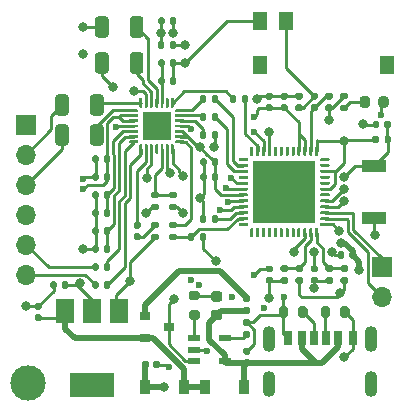
<source format=gtl>
G04 #@! TF.GenerationSoftware,KiCad,Pcbnew,(5.1.8)-1*
G04 #@! TF.CreationDate,2021-01-25T23:00:58-08:00*
G04 #@! TF.ProjectId,audioboard,61756469-6f62-46f6-9172-642e6b696361,rev?*
G04 #@! TF.SameCoordinates,Original*
G04 #@! TF.FileFunction,Copper,L1,Top*
G04 #@! TF.FilePolarity,Positive*
%FSLAX46Y46*%
G04 Gerber Fmt 4.6, Leading zero omitted, Abs format (unit mm)*
G04 Created by KiCad (PCBNEW (5.1.8)-1) date 2021-01-25 23:00:58*
%MOMM*%
%LPD*%
G01*
G04 APERTURE LIST*
G04 #@! TA.AperFunction,SMDPad,CuDef*
%ADD10R,0.800000X1.200000*%
G04 #@! TD*
G04 #@! TA.AperFunction,SMDPad,CuDef*
%ADD11R,0.760000X1.200000*%
G04 #@! TD*
G04 #@! TA.AperFunction,SMDPad,CuDef*
%ADD12R,0.700000X1.200000*%
G04 #@! TD*
G04 #@! TA.AperFunction,ComponentPad*
%ADD13O,1.100000X2.200000*%
G04 #@! TD*
G04 #@! TA.AperFunction,ComponentPad*
%ADD14C,3.000000*%
G04 #@! TD*
G04 #@! TA.AperFunction,ComponentPad*
%ADD15O,1.700000X1.700000*%
G04 #@! TD*
G04 #@! TA.AperFunction,ComponentPad*
%ADD16R,1.700000X1.700000*%
G04 #@! TD*
G04 #@! TA.AperFunction,SMDPad,CuDef*
%ADD17R,1.500000X2.000000*%
G04 #@! TD*
G04 #@! TA.AperFunction,SMDPad,CuDef*
%ADD18R,3.800000X2.000000*%
G04 #@! TD*
G04 #@! TA.AperFunction,SMDPad,CuDef*
%ADD19R,5.300000X5.300000*%
G04 #@! TD*
G04 #@! TA.AperFunction,SMDPad,CuDef*
%ADD20R,2.400000X2.400000*%
G04 #@! TD*
G04 #@! TA.AperFunction,SMDPad,CuDef*
%ADD21C,0.100000*%
G04 #@! TD*
G04 #@! TA.AperFunction,SMDPad,CuDef*
%ADD22R,2.000000X1.050000*%
G04 #@! TD*
G04 #@! TA.AperFunction,SMDPad,CuDef*
%ADD23R,0.900000X0.800000*%
G04 #@! TD*
G04 #@! TA.AperFunction,SMDPad,CuDef*
%ADD24R,1.050000X0.550000*%
G04 #@! TD*
G04 #@! TA.AperFunction,SMDPad,CuDef*
%ADD25R,1.200000X1.500000*%
G04 #@! TD*
G04 #@! TA.AperFunction,SMDPad,CuDef*
%ADD26R,0.900000X1.200000*%
G04 #@! TD*
G04 #@! TA.AperFunction,ViaPad*
%ADD27C,0.800000*%
G04 #@! TD*
G04 #@! TA.AperFunction,ViaPad*
%ADD28C,0.600000*%
G04 #@! TD*
G04 #@! TA.AperFunction,Conductor*
%ADD29C,0.250000*%
G04 #@! TD*
G04 #@! TA.AperFunction,Conductor*
%ADD30C,0.500000*%
G04 #@! TD*
G04 APERTURE END LIST*
G04 #@! TA.AperFunction,SMDPad,CuDef*
G36*
G01*
X200487500Y-75120000D02*
X200832500Y-75120000D01*
G75*
G02*
X200980000Y-75267500I0J-147500D01*
G01*
X200980000Y-75562500D01*
G75*
G02*
X200832500Y-75710000I-147500J0D01*
G01*
X200487500Y-75710000D01*
G75*
G02*
X200340000Y-75562500I0J147500D01*
G01*
X200340000Y-75267500D01*
G75*
G02*
X200487500Y-75120000I147500J0D01*
G01*
G37*
G04 #@! TD.AperFunction*
G04 #@! TA.AperFunction,SMDPad,CuDef*
G36*
G01*
X200487500Y-74150000D02*
X200832500Y-74150000D01*
G75*
G02*
X200980000Y-74297500I0J-147500D01*
G01*
X200980000Y-74592500D01*
G75*
G02*
X200832500Y-74740000I-147500J0D01*
G01*
X200487500Y-74740000D01*
G75*
G02*
X200340000Y-74592500I0J147500D01*
G01*
X200340000Y-74297500D01*
G75*
G02*
X200487500Y-74150000I147500J0D01*
G01*
G37*
G04 #@! TD.AperFunction*
D10*
X197148000Y-94916000D03*
X202648000Y-94916000D03*
D11*
X198378000Y-94916000D03*
X201418000Y-94916000D03*
D12*
X199398000Y-94916000D03*
X200398000Y-94916000D03*
D13*
X195578000Y-94996000D03*
X204218000Y-94996000D03*
X195578000Y-98796000D03*
X204218000Y-98796000D03*
D14*
X175133000Y-98679000D03*
G04 #@! TA.AperFunction,SMDPad,CuDef*
G36*
G01*
X204865000Y-77920000D02*
X204865000Y-78290000D01*
G75*
G02*
X204730000Y-78425000I-135000J0D01*
G01*
X204460000Y-78425000D01*
G75*
G02*
X204325000Y-78290000I0J135000D01*
G01*
X204325000Y-77920000D01*
G75*
G02*
X204460000Y-77785000I135000J0D01*
G01*
X204730000Y-77785000D01*
G75*
G02*
X204865000Y-77920000I0J-135000D01*
G01*
G37*
G04 #@! TD.AperFunction*
G04 #@! TA.AperFunction,SMDPad,CuDef*
G36*
G01*
X205885000Y-77920000D02*
X205885000Y-78290000D01*
G75*
G02*
X205750000Y-78425000I-135000J0D01*
G01*
X205480000Y-78425000D01*
G75*
G02*
X205345000Y-78290000I0J135000D01*
G01*
X205345000Y-77920000D01*
G75*
G02*
X205480000Y-77785000I135000J0D01*
G01*
X205750000Y-77785000D01*
G75*
G02*
X205885000Y-77920000I0J-135000D01*
G01*
G37*
G04 #@! TD.AperFunction*
D15*
X205105000Y-91440000D03*
D16*
X205105000Y-88900000D03*
G04 #@! TA.AperFunction,SMDPad,CuDef*
G36*
G01*
X201745000Y-89775000D02*
X202115000Y-89775000D01*
G75*
G02*
X202250000Y-89910000I0J-135000D01*
G01*
X202250000Y-90180000D01*
G75*
G02*
X202115000Y-90315000I-135000J0D01*
G01*
X201745000Y-90315000D01*
G75*
G02*
X201610000Y-90180000I0J135000D01*
G01*
X201610000Y-89910000D01*
G75*
G02*
X201745000Y-89775000I135000J0D01*
G01*
G37*
G04 #@! TD.AperFunction*
G04 #@! TA.AperFunction,SMDPad,CuDef*
G36*
G01*
X201745000Y-88755000D02*
X202115000Y-88755000D01*
G75*
G02*
X202250000Y-88890000I0J-135000D01*
G01*
X202250000Y-89160000D01*
G75*
G02*
X202115000Y-89295000I-135000J0D01*
G01*
X201745000Y-89295000D01*
G75*
G02*
X201610000Y-89160000I0J135000D01*
G01*
X201610000Y-88890000D01*
G75*
G02*
X201745000Y-88755000I135000J0D01*
G01*
G37*
G04 #@! TD.AperFunction*
G04 #@! TA.AperFunction,SMDPad,CuDef*
G36*
G01*
X198305000Y-89295000D02*
X197935000Y-89295000D01*
G75*
G02*
X197800000Y-89160000I0J135000D01*
G01*
X197800000Y-88890000D01*
G75*
G02*
X197935000Y-88755000I135000J0D01*
G01*
X198305000Y-88755000D01*
G75*
G02*
X198440000Y-88890000I0J-135000D01*
G01*
X198440000Y-89160000D01*
G75*
G02*
X198305000Y-89295000I-135000J0D01*
G01*
G37*
G04 #@! TD.AperFunction*
G04 #@! TA.AperFunction,SMDPad,CuDef*
G36*
G01*
X198305000Y-90315000D02*
X197935000Y-90315000D01*
G75*
G02*
X197800000Y-90180000I0J135000D01*
G01*
X197800000Y-89910000D01*
G75*
G02*
X197935000Y-89775000I135000J0D01*
G01*
X198305000Y-89775000D01*
G75*
G02*
X198440000Y-89910000I0J-135000D01*
G01*
X198440000Y-90180000D01*
G75*
G02*
X198305000Y-90315000I-135000J0D01*
G01*
G37*
G04 #@! TD.AperFunction*
G04 #@! TA.AperFunction,SMDPad,CuDef*
G36*
G01*
X187184000Y-70289000D02*
X187184000Y-69919000D01*
G75*
G02*
X187319000Y-69784000I135000J0D01*
G01*
X187589000Y-69784000D01*
G75*
G02*
X187724000Y-69919000I0J-135000D01*
G01*
X187724000Y-70289000D01*
G75*
G02*
X187589000Y-70424000I-135000J0D01*
G01*
X187319000Y-70424000D01*
G75*
G02*
X187184000Y-70289000I0J135000D01*
G01*
G37*
G04 #@! TD.AperFunction*
G04 #@! TA.AperFunction,SMDPad,CuDef*
G36*
G01*
X186164000Y-70289000D02*
X186164000Y-69919000D01*
G75*
G02*
X186299000Y-69784000I135000J0D01*
G01*
X186569000Y-69784000D01*
G75*
G02*
X186704000Y-69919000I0J-135000D01*
G01*
X186704000Y-70289000D01*
G75*
G02*
X186569000Y-70424000I-135000J0D01*
G01*
X186299000Y-70424000D01*
G75*
G02*
X186164000Y-70289000I0J135000D01*
G01*
G37*
G04 #@! TD.AperFunction*
G04 #@! TA.AperFunction,SMDPad,CuDef*
G36*
G01*
X201745000Y-75170000D02*
X202115000Y-75170000D01*
G75*
G02*
X202250000Y-75305000I0J-135000D01*
G01*
X202250000Y-75575000D01*
G75*
G02*
X202115000Y-75710000I-135000J0D01*
G01*
X201745000Y-75710000D01*
G75*
G02*
X201610000Y-75575000I0J135000D01*
G01*
X201610000Y-75305000D01*
G75*
G02*
X201745000Y-75170000I135000J0D01*
G01*
G37*
G04 #@! TD.AperFunction*
G04 #@! TA.AperFunction,SMDPad,CuDef*
G36*
G01*
X201745000Y-74150000D02*
X202115000Y-74150000D01*
G75*
G02*
X202250000Y-74285000I0J-135000D01*
G01*
X202250000Y-74555000D01*
G75*
G02*
X202115000Y-74690000I-135000J0D01*
G01*
X201745000Y-74690000D01*
G75*
G02*
X201610000Y-74555000I0J135000D01*
G01*
X201610000Y-74285000D01*
G75*
G02*
X201745000Y-74150000I135000J0D01*
G01*
G37*
G04 #@! TD.AperFunction*
G04 #@! TA.AperFunction,SMDPad,CuDef*
G36*
G01*
X190260000Y-84651000D02*
X190260000Y-85021000D01*
G75*
G02*
X190125000Y-85156000I-135000J0D01*
G01*
X189855000Y-85156000D01*
G75*
G02*
X189720000Y-85021000I0J135000D01*
G01*
X189720000Y-84651000D01*
G75*
G02*
X189855000Y-84516000I135000J0D01*
G01*
X190125000Y-84516000D01*
G75*
G02*
X190260000Y-84651000I0J-135000D01*
G01*
G37*
G04 #@! TD.AperFunction*
G04 #@! TA.AperFunction,SMDPad,CuDef*
G36*
G01*
X191280000Y-84651000D02*
X191280000Y-85021000D01*
G75*
G02*
X191145000Y-85156000I-135000J0D01*
G01*
X190875000Y-85156000D01*
G75*
G02*
X190740000Y-85021000I0J135000D01*
G01*
X190740000Y-84651000D01*
G75*
G02*
X190875000Y-84516000I135000J0D01*
G01*
X191145000Y-84516000D01*
G75*
G02*
X191280000Y-84651000I0J-135000D01*
G01*
G37*
G04 #@! TD.AperFunction*
G04 #@! TA.AperFunction,SMDPad,CuDef*
G36*
G01*
X189244000Y-86175000D02*
X189244000Y-86545000D01*
G75*
G02*
X189109000Y-86680000I-135000J0D01*
G01*
X188839000Y-86680000D01*
G75*
G02*
X188704000Y-86545000I0J135000D01*
G01*
X188704000Y-86175000D01*
G75*
G02*
X188839000Y-86040000I135000J0D01*
G01*
X189109000Y-86040000D01*
G75*
G02*
X189244000Y-86175000I0J-135000D01*
G01*
G37*
G04 #@! TD.AperFunction*
G04 #@! TA.AperFunction,SMDPad,CuDef*
G36*
G01*
X190264000Y-86175000D02*
X190264000Y-86545000D01*
G75*
G02*
X190129000Y-86680000I-135000J0D01*
G01*
X189859000Y-86680000D01*
G75*
G02*
X189724000Y-86545000I0J135000D01*
G01*
X189724000Y-86175000D01*
G75*
G02*
X189859000Y-86040000I135000J0D01*
G01*
X190129000Y-86040000D01*
G75*
G02*
X190264000Y-86175000I0J-135000D01*
G01*
G37*
G04 #@! TD.AperFunction*
G04 #@! TA.AperFunction,SMDPad,CuDef*
G36*
G01*
X186113000Y-85612000D02*
X185743000Y-85612000D01*
G75*
G02*
X185608000Y-85477000I0J135000D01*
G01*
X185608000Y-85207000D01*
G75*
G02*
X185743000Y-85072000I135000J0D01*
G01*
X186113000Y-85072000D01*
G75*
G02*
X186248000Y-85207000I0J-135000D01*
G01*
X186248000Y-85477000D01*
G75*
G02*
X186113000Y-85612000I-135000J0D01*
G01*
G37*
G04 #@! TD.AperFunction*
G04 #@! TA.AperFunction,SMDPad,CuDef*
G36*
G01*
X186113000Y-86632000D02*
X185743000Y-86632000D01*
G75*
G02*
X185608000Y-86497000I0J135000D01*
G01*
X185608000Y-86227000D01*
G75*
G02*
X185743000Y-86092000I135000J0D01*
G01*
X186113000Y-86092000D01*
G75*
G02*
X186248000Y-86227000I0J-135000D01*
G01*
X186248000Y-86497000D01*
G75*
G02*
X186113000Y-86632000I-135000J0D01*
G01*
G37*
G04 #@! TD.AperFunction*
G04 #@! TA.AperFunction,SMDPad,CuDef*
G36*
G01*
X187267000Y-83552000D02*
X187637000Y-83552000D01*
G75*
G02*
X187772000Y-83687000I0J-135000D01*
G01*
X187772000Y-83957000D01*
G75*
G02*
X187637000Y-84092000I-135000J0D01*
G01*
X187267000Y-84092000D01*
G75*
G02*
X187132000Y-83957000I0J135000D01*
G01*
X187132000Y-83687000D01*
G75*
G02*
X187267000Y-83552000I135000J0D01*
G01*
G37*
G04 #@! TD.AperFunction*
G04 #@! TA.AperFunction,SMDPad,CuDef*
G36*
G01*
X187267000Y-82532000D02*
X187637000Y-82532000D01*
G75*
G02*
X187772000Y-82667000I0J-135000D01*
G01*
X187772000Y-82937000D01*
G75*
G02*
X187637000Y-83072000I-135000J0D01*
G01*
X187267000Y-83072000D01*
G75*
G02*
X187132000Y-82937000I0J135000D01*
G01*
X187132000Y-82667000D01*
G75*
G02*
X187267000Y-82532000I135000J0D01*
G01*
G37*
G04 #@! TD.AperFunction*
G04 #@! TA.AperFunction,SMDPad,CuDef*
G36*
G01*
X186113000Y-83072000D02*
X185743000Y-83072000D01*
G75*
G02*
X185608000Y-82937000I0J135000D01*
G01*
X185608000Y-82667000D01*
G75*
G02*
X185743000Y-82532000I135000J0D01*
G01*
X186113000Y-82532000D01*
G75*
G02*
X186248000Y-82667000I0J-135000D01*
G01*
X186248000Y-82937000D01*
G75*
G02*
X186113000Y-83072000I-135000J0D01*
G01*
G37*
G04 #@! TD.AperFunction*
G04 #@! TA.AperFunction,SMDPad,CuDef*
G36*
G01*
X186113000Y-84092000D02*
X185743000Y-84092000D01*
G75*
G02*
X185608000Y-83957000I0J135000D01*
G01*
X185608000Y-83687000D01*
G75*
G02*
X185743000Y-83552000I135000J0D01*
G01*
X186113000Y-83552000D01*
G75*
G02*
X186248000Y-83687000I0J-135000D01*
G01*
X186248000Y-83957000D01*
G75*
G02*
X186113000Y-84092000I-135000J0D01*
G01*
G37*
G04 #@! TD.AperFunction*
G04 #@! TA.AperFunction,SMDPad,CuDef*
G36*
G01*
X193490000Y-94345000D02*
X193860000Y-94345000D01*
G75*
G02*
X193995000Y-94480000I0J-135000D01*
G01*
X193995000Y-94750000D01*
G75*
G02*
X193860000Y-94885000I-135000J0D01*
G01*
X193490000Y-94885000D01*
G75*
G02*
X193355000Y-94750000I0J135000D01*
G01*
X193355000Y-94480000D01*
G75*
G02*
X193490000Y-94345000I135000J0D01*
G01*
G37*
G04 #@! TD.AperFunction*
G04 #@! TA.AperFunction,SMDPad,CuDef*
G36*
G01*
X193490000Y-93325000D02*
X193860000Y-93325000D01*
G75*
G02*
X193995000Y-93460000I0J-135000D01*
G01*
X193995000Y-93730000D01*
G75*
G02*
X193860000Y-93865000I-135000J0D01*
G01*
X193490000Y-93865000D01*
G75*
G02*
X193355000Y-93730000I0J135000D01*
G01*
X193355000Y-93460000D01*
G75*
G02*
X193490000Y-93325000I135000J0D01*
G01*
G37*
G04 #@! TD.AperFunction*
G04 #@! TA.AperFunction,SMDPad,CuDef*
G36*
G01*
X193490000Y-92315000D02*
X193860000Y-92315000D01*
G75*
G02*
X193995000Y-92450000I0J-135000D01*
G01*
X193995000Y-92720000D01*
G75*
G02*
X193860000Y-92855000I-135000J0D01*
G01*
X193490000Y-92855000D01*
G75*
G02*
X193355000Y-92720000I0J135000D01*
G01*
X193355000Y-92450000D01*
G75*
G02*
X193490000Y-92315000I135000J0D01*
G01*
G37*
G04 #@! TD.AperFunction*
G04 #@! TA.AperFunction,SMDPad,CuDef*
G36*
G01*
X193490000Y-91295000D02*
X193860000Y-91295000D01*
G75*
G02*
X193995000Y-91430000I0J-135000D01*
G01*
X193995000Y-91700000D01*
G75*
G02*
X193860000Y-91835000I-135000J0D01*
G01*
X193490000Y-91835000D01*
G75*
G02*
X193355000Y-91700000I0J135000D01*
G01*
X193355000Y-91430000D01*
G75*
G02*
X193490000Y-91295000I135000J0D01*
G01*
G37*
G04 #@! TD.AperFunction*
D17*
X182894000Y-92608000D03*
X178294000Y-92608000D03*
X180594000Y-92608000D03*
D18*
X180594000Y-98908000D03*
D19*
X196850000Y-82550000D03*
G04 #@! TA.AperFunction,SMDPad,CuDef*
G36*
G01*
X199962500Y-79675000D02*
X200637500Y-79675000D01*
G75*
G02*
X200700000Y-79737500I0J-62500D01*
G01*
X200700000Y-79862500D01*
G75*
G02*
X200637500Y-79925000I-62500J0D01*
G01*
X199962500Y-79925000D01*
G75*
G02*
X199900000Y-79862500I0J62500D01*
G01*
X199900000Y-79737500D01*
G75*
G02*
X199962500Y-79675000I62500J0D01*
G01*
G37*
G04 #@! TD.AperFunction*
G04 #@! TA.AperFunction,SMDPad,CuDef*
G36*
G01*
X199962500Y-80175000D02*
X200637500Y-80175000D01*
G75*
G02*
X200700000Y-80237500I0J-62500D01*
G01*
X200700000Y-80362500D01*
G75*
G02*
X200637500Y-80425000I-62500J0D01*
G01*
X199962500Y-80425000D01*
G75*
G02*
X199900000Y-80362500I0J62500D01*
G01*
X199900000Y-80237500D01*
G75*
G02*
X199962500Y-80175000I62500J0D01*
G01*
G37*
G04 #@! TD.AperFunction*
G04 #@! TA.AperFunction,SMDPad,CuDef*
G36*
G01*
X199962500Y-80675000D02*
X200637500Y-80675000D01*
G75*
G02*
X200700000Y-80737500I0J-62500D01*
G01*
X200700000Y-80862500D01*
G75*
G02*
X200637500Y-80925000I-62500J0D01*
G01*
X199962500Y-80925000D01*
G75*
G02*
X199900000Y-80862500I0J62500D01*
G01*
X199900000Y-80737500D01*
G75*
G02*
X199962500Y-80675000I62500J0D01*
G01*
G37*
G04 #@! TD.AperFunction*
G04 #@! TA.AperFunction,SMDPad,CuDef*
G36*
G01*
X199962500Y-81175000D02*
X200637500Y-81175000D01*
G75*
G02*
X200700000Y-81237500I0J-62500D01*
G01*
X200700000Y-81362500D01*
G75*
G02*
X200637500Y-81425000I-62500J0D01*
G01*
X199962500Y-81425000D01*
G75*
G02*
X199900000Y-81362500I0J62500D01*
G01*
X199900000Y-81237500D01*
G75*
G02*
X199962500Y-81175000I62500J0D01*
G01*
G37*
G04 #@! TD.AperFunction*
G04 #@! TA.AperFunction,SMDPad,CuDef*
G36*
G01*
X199962500Y-81675000D02*
X200637500Y-81675000D01*
G75*
G02*
X200700000Y-81737500I0J-62500D01*
G01*
X200700000Y-81862500D01*
G75*
G02*
X200637500Y-81925000I-62500J0D01*
G01*
X199962500Y-81925000D01*
G75*
G02*
X199900000Y-81862500I0J62500D01*
G01*
X199900000Y-81737500D01*
G75*
G02*
X199962500Y-81675000I62500J0D01*
G01*
G37*
G04 #@! TD.AperFunction*
G04 #@! TA.AperFunction,SMDPad,CuDef*
G36*
G01*
X199962500Y-82175000D02*
X200637500Y-82175000D01*
G75*
G02*
X200700000Y-82237500I0J-62500D01*
G01*
X200700000Y-82362500D01*
G75*
G02*
X200637500Y-82425000I-62500J0D01*
G01*
X199962500Y-82425000D01*
G75*
G02*
X199900000Y-82362500I0J62500D01*
G01*
X199900000Y-82237500D01*
G75*
G02*
X199962500Y-82175000I62500J0D01*
G01*
G37*
G04 #@! TD.AperFunction*
G04 #@! TA.AperFunction,SMDPad,CuDef*
G36*
G01*
X199962500Y-82675000D02*
X200637500Y-82675000D01*
G75*
G02*
X200700000Y-82737500I0J-62500D01*
G01*
X200700000Y-82862500D01*
G75*
G02*
X200637500Y-82925000I-62500J0D01*
G01*
X199962500Y-82925000D01*
G75*
G02*
X199900000Y-82862500I0J62500D01*
G01*
X199900000Y-82737500D01*
G75*
G02*
X199962500Y-82675000I62500J0D01*
G01*
G37*
G04 #@! TD.AperFunction*
G04 #@! TA.AperFunction,SMDPad,CuDef*
G36*
G01*
X199962500Y-83175000D02*
X200637500Y-83175000D01*
G75*
G02*
X200700000Y-83237500I0J-62500D01*
G01*
X200700000Y-83362500D01*
G75*
G02*
X200637500Y-83425000I-62500J0D01*
G01*
X199962500Y-83425000D01*
G75*
G02*
X199900000Y-83362500I0J62500D01*
G01*
X199900000Y-83237500D01*
G75*
G02*
X199962500Y-83175000I62500J0D01*
G01*
G37*
G04 #@! TD.AperFunction*
G04 #@! TA.AperFunction,SMDPad,CuDef*
G36*
G01*
X199962500Y-83675000D02*
X200637500Y-83675000D01*
G75*
G02*
X200700000Y-83737500I0J-62500D01*
G01*
X200700000Y-83862500D01*
G75*
G02*
X200637500Y-83925000I-62500J0D01*
G01*
X199962500Y-83925000D01*
G75*
G02*
X199900000Y-83862500I0J62500D01*
G01*
X199900000Y-83737500D01*
G75*
G02*
X199962500Y-83675000I62500J0D01*
G01*
G37*
G04 #@! TD.AperFunction*
G04 #@! TA.AperFunction,SMDPad,CuDef*
G36*
G01*
X199962500Y-84175000D02*
X200637500Y-84175000D01*
G75*
G02*
X200700000Y-84237500I0J-62500D01*
G01*
X200700000Y-84362500D01*
G75*
G02*
X200637500Y-84425000I-62500J0D01*
G01*
X199962500Y-84425000D01*
G75*
G02*
X199900000Y-84362500I0J62500D01*
G01*
X199900000Y-84237500D01*
G75*
G02*
X199962500Y-84175000I62500J0D01*
G01*
G37*
G04 #@! TD.AperFunction*
G04 #@! TA.AperFunction,SMDPad,CuDef*
G36*
G01*
X199962500Y-84675000D02*
X200637500Y-84675000D01*
G75*
G02*
X200700000Y-84737500I0J-62500D01*
G01*
X200700000Y-84862500D01*
G75*
G02*
X200637500Y-84925000I-62500J0D01*
G01*
X199962500Y-84925000D01*
G75*
G02*
X199900000Y-84862500I0J62500D01*
G01*
X199900000Y-84737500D01*
G75*
G02*
X199962500Y-84675000I62500J0D01*
G01*
G37*
G04 #@! TD.AperFunction*
G04 #@! TA.AperFunction,SMDPad,CuDef*
G36*
G01*
X199962500Y-85175000D02*
X200637500Y-85175000D01*
G75*
G02*
X200700000Y-85237500I0J-62500D01*
G01*
X200700000Y-85362500D01*
G75*
G02*
X200637500Y-85425000I-62500J0D01*
G01*
X199962500Y-85425000D01*
G75*
G02*
X199900000Y-85362500I0J62500D01*
G01*
X199900000Y-85237500D01*
G75*
G02*
X199962500Y-85175000I62500J0D01*
G01*
G37*
G04 #@! TD.AperFunction*
G04 #@! TA.AperFunction,SMDPad,CuDef*
G36*
G01*
X199537500Y-85600000D02*
X199662500Y-85600000D01*
G75*
G02*
X199725000Y-85662500I0J-62500D01*
G01*
X199725000Y-86337500D01*
G75*
G02*
X199662500Y-86400000I-62500J0D01*
G01*
X199537500Y-86400000D01*
G75*
G02*
X199475000Y-86337500I0J62500D01*
G01*
X199475000Y-85662500D01*
G75*
G02*
X199537500Y-85600000I62500J0D01*
G01*
G37*
G04 #@! TD.AperFunction*
G04 #@! TA.AperFunction,SMDPad,CuDef*
G36*
G01*
X199037500Y-85600000D02*
X199162500Y-85600000D01*
G75*
G02*
X199225000Y-85662500I0J-62500D01*
G01*
X199225000Y-86337500D01*
G75*
G02*
X199162500Y-86400000I-62500J0D01*
G01*
X199037500Y-86400000D01*
G75*
G02*
X198975000Y-86337500I0J62500D01*
G01*
X198975000Y-85662500D01*
G75*
G02*
X199037500Y-85600000I62500J0D01*
G01*
G37*
G04 #@! TD.AperFunction*
G04 #@! TA.AperFunction,SMDPad,CuDef*
G36*
G01*
X198537500Y-85600000D02*
X198662500Y-85600000D01*
G75*
G02*
X198725000Y-85662500I0J-62500D01*
G01*
X198725000Y-86337500D01*
G75*
G02*
X198662500Y-86400000I-62500J0D01*
G01*
X198537500Y-86400000D01*
G75*
G02*
X198475000Y-86337500I0J62500D01*
G01*
X198475000Y-85662500D01*
G75*
G02*
X198537500Y-85600000I62500J0D01*
G01*
G37*
G04 #@! TD.AperFunction*
G04 #@! TA.AperFunction,SMDPad,CuDef*
G36*
G01*
X198037500Y-85600000D02*
X198162500Y-85600000D01*
G75*
G02*
X198225000Y-85662500I0J-62500D01*
G01*
X198225000Y-86337500D01*
G75*
G02*
X198162500Y-86400000I-62500J0D01*
G01*
X198037500Y-86400000D01*
G75*
G02*
X197975000Y-86337500I0J62500D01*
G01*
X197975000Y-85662500D01*
G75*
G02*
X198037500Y-85600000I62500J0D01*
G01*
G37*
G04 #@! TD.AperFunction*
G04 #@! TA.AperFunction,SMDPad,CuDef*
G36*
G01*
X197537500Y-85600000D02*
X197662500Y-85600000D01*
G75*
G02*
X197725000Y-85662500I0J-62500D01*
G01*
X197725000Y-86337500D01*
G75*
G02*
X197662500Y-86400000I-62500J0D01*
G01*
X197537500Y-86400000D01*
G75*
G02*
X197475000Y-86337500I0J62500D01*
G01*
X197475000Y-85662500D01*
G75*
G02*
X197537500Y-85600000I62500J0D01*
G01*
G37*
G04 #@! TD.AperFunction*
G04 #@! TA.AperFunction,SMDPad,CuDef*
G36*
G01*
X197037500Y-85600000D02*
X197162500Y-85600000D01*
G75*
G02*
X197225000Y-85662500I0J-62500D01*
G01*
X197225000Y-86337500D01*
G75*
G02*
X197162500Y-86400000I-62500J0D01*
G01*
X197037500Y-86400000D01*
G75*
G02*
X196975000Y-86337500I0J62500D01*
G01*
X196975000Y-85662500D01*
G75*
G02*
X197037500Y-85600000I62500J0D01*
G01*
G37*
G04 #@! TD.AperFunction*
G04 #@! TA.AperFunction,SMDPad,CuDef*
G36*
G01*
X196537500Y-85600000D02*
X196662500Y-85600000D01*
G75*
G02*
X196725000Y-85662500I0J-62500D01*
G01*
X196725000Y-86337500D01*
G75*
G02*
X196662500Y-86400000I-62500J0D01*
G01*
X196537500Y-86400000D01*
G75*
G02*
X196475000Y-86337500I0J62500D01*
G01*
X196475000Y-85662500D01*
G75*
G02*
X196537500Y-85600000I62500J0D01*
G01*
G37*
G04 #@! TD.AperFunction*
G04 #@! TA.AperFunction,SMDPad,CuDef*
G36*
G01*
X196037500Y-85600000D02*
X196162500Y-85600000D01*
G75*
G02*
X196225000Y-85662500I0J-62500D01*
G01*
X196225000Y-86337500D01*
G75*
G02*
X196162500Y-86400000I-62500J0D01*
G01*
X196037500Y-86400000D01*
G75*
G02*
X195975000Y-86337500I0J62500D01*
G01*
X195975000Y-85662500D01*
G75*
G02*
X196037500Y-85600000I62500J0D01*
G01*
G37*
G04 #@! TD.AperFunction*
G04 #@! TA.AperFunction,SMDPad,CuDef*
G36*
G01*
X195537500Y-85600000D02*
X195662500Y-85600000D01*
G75*
G02*
X195725000Y-85662500I0J-62500D01*
G01*
X195725000Y-86337500D01*
G75*
G02*
X195662500Y-86400000I-62500J0D01*
G01*
X195537500Y-86400000D01*
G75*
G02*
X195475000Y-86337500I0J62500D01*
G01*
X195475000Y-85662500D01*
G75*
G02*
X195537500Y-85600000I62500J0D01*
G01*
G37*
G04 #@! TD.AperFunction*
G04 #@! TA.AperFunction,SMDPad,CuDef*
G36*
G01*
X195037500Y-85600000D02*
X195162500Y-85600000D01*
G75*
G02*
X195225000Y-85662500I0J-62500D01*
G01*
X195225000Y-86337500D01*
G75*
G02*
X195162500Y-86400000I-62500J0D01*
G01*
X195037500Y-86400000D01*
G75*
G02*
X194975000Y-86337500I0J62500D01*
G01*
X194975000Y-85662500D01*
G75*
G02*
X195037500Y-85600000I62500J0D01*
G01*
G37*
G04 #@! TD.AperFunction*
G04 #@! TA.AperFunction,SMDPad,CuDef*
G36*
G01*
X194537500Y-85600000D02*
X194662500Y-85600000D01*
G75*
G02*
X194725000Y-85662500I0J-62500D01*
G01*
X194725000Y-86337500D01*
G75*
G02*
X194662500Y-86400000I-62500J0D01*
G01*
X194537500Y-86400000D01*
G75*
G02*
X194475000Y-86337500I0J62500D01*
G01*
X194475000Y-85662500D01*
G75*
G02*
X194537500Y-85600000I62500J0D01*
G01*
G37*
G04 #@! TD.AperFunction*
G04 #@! TA.AperFunction,SMDPad,CuDef*
G36*
G01*
X194037500Y-85600000D02*
X194162500Y-85600000D01*
G75*
G02*
X194225000Y-85662500I0J-62500D01*
G01*
X194225000Y-86337500D01*
G75*
G02*
X194162500Y-86400000I-62500J0D01*
G01*
X194037500Y-86400000D01*
G75*
G02*
X193975000Y-86337500I0J62500D01*
G01*
X193975000Y-85662500D01*
G75*
G02*
X194037500Y-85600000I62500J0D01*
G01*
G37*
G04 #@! TD.AperFunction*
G04 #@! TA.AperFunction,SMDPad,CuDef*
G36*
G01*
X193062500Y-85175000D02*
X193737500Y-85175000D01*
G75*
G02*
X193800000Y-85237500I0J-62500D01*
G01*
X193800000Y-85362500D01*
G75*
G02*
X193737500Y-85425000I-62500J0D01*
G01*
X193062500Y-85425000D01*
G75*
G02*
X193000000Y-85362500I0J62500D01*
G01*
X193000000Y-85237500D01*
G75*
G02*
X193062500Y-85175000I62500J0D01*
G01*
G37*
G04 #@! TD.AperFunction*
G04 #@! TA.AperFunction,SMDPad,CuDef*
G36*
G01*
X193062500Y-84675000D02*
X193737500Y-84675000D01*
G75*
G02*
X193800000Y-84737500I0J-62500D01*
G01*
X193800000Y-84862500D01*
G75*
G02*
X193737500Y-84925000I-62500J0D01*
G01*
X193062500Y-84925000D01*
G75*
G02*
X193000000Y-84862500I0J62500D01*
G01*
X193000000Y-84737500D01*
G75*
G02*
X193062500Y-84675000I62500J0D01*
G01*
G37*
G04 #@! TD.AperFunction*
G04 #@! TA.AperFunction,SMDPad,CuDef*
G36*
G01*
X193062500Y-84175000D02*
X193737500Y-84175000D01*
G75*
G02*
X193800000Y-84237500I0J-62500D01*
G01*
X193800000Y-84362500D01*
G75*
G02*
X193737500Y-84425000I-62500J0D01*
G01*
X193062500Y-84425000D01*
G75*
G02*
X193000000Y-84362500I0J62500D01*
G01*
X193000000Y-84237500D01*
G75*
G02*
X193062500Y-84175000I62500J0D01*
G01*
G37*
G04 #@! TD.AperFunction*
G04 #@! TA.AperFunction,SMDPad,CuDef*
G36*
G01*
X193062500Y-83675000D02*
X193737500Y-83675000D01*
G75*
G02*
X193800000Y-83737500I0J-62500D01*
G01*
X193800000Y-83862500D01*
G75*
G02*
X193737500Y-83925000I-62500J0D01*
G01*
X193062500Y-83925000D01*
G75*
G02*
X193000000Y-83862500I0J62500D01*
G01*
X193000000Y-83737500D01*
G75*
G02*
X193062500Y-83675000I62500J0D01*
G01*
G37*
G04 #@! TD.AperFunction*
G04 #@! TA.AperFunction,SMDPad,CuDef*
G36*
G01*
X193062500Y-83175000D02*
X193737500Y-83175000D01*
G75*
G02*
X193800000Y-83237500I0J-62500D01*
G01*
X193800000Y-83362500D01*
G75*
G02*
X193737500Y-83425000I-62500J0D01*
G01*
X193062500Y-83425000D01*
G75*
G02*
X193000000Y-83362500I0J62500D01*
G01*
X193000000Y-83237500D01*
G75*
G02*
X193062500Y-83175000I62500J0D01*
G01*
G37*
G04 #@! TD.AperFunction*
G04 #@! TA.AperFunction,SMDPad,CuDef*
G36*
G01*
X193062500Y-82675000D02*
X193737500Y-82675000D01*
G75*
G02*
X193800000Y-82737500I0J-62500D01*
G01*
X193800000Y-82862500D01*
G75*
G02*
X193737500Y-82925000I-62500J0D01*
G01*
X193062500Y-82925000D01*
G75*
G02*
X193000000Y-82862500I0J62500D01*
G01*
X193000000Y-82737500D01*
G75*
G02*
X193062500Y-82675000I62500J0D01*
G01*
G37*
G04 #@! TD.AperFunction*
G04 #@! TA.AperFunction,SMDPad,CuDef*
G36*
G01*
X193062500Y-82175000D02*
X193737500Y-82175000D01*
G75*
G02*
X193800000Y-82237500I0J-62500D01*
G01*
X193800000Y-82362500D01*
G75*
G02*
X193737500Y-82425000I-62500J0D01*
G01*
X193062500Y-82425000D01*
G75*
G02*
X193000000Y-82362500I0J62500D01*
G01*
X193000000Y-82237500D01*
G75*
G02*
X193062500Y-82175000I62500J0D01*
G01*
G37*
G04 #@! TD.AperFunction*
G04 #@! TA.AperFunction,SMDPad,CuDef*
G36*
G01*
X193062500Y-81675000D02*
X193737500Y-81675000D01*
G75*
G02*
X193800000Y-81737500I0J-62500D01*
G01*
X193800000Y-81862500D01*
G75*
G02*
X193737500Y-81925000I-62500J0D01*
G01*
X193062500Y-81925000D01*
G75*
G02*
X193000000Y-81862500I0J62500D01*
G01*
X193000000Y-81737500D01*
G75*
G02*
X193062500Y-81675000I62500J0D01*
G01*
G37*
G04 #@! TD.AperFunction*
G04 #@! TA.AperFunction,SMDPad,CuDef*
G36*
G01*
X193062500Y-81175000D02*
X193737500Y-81175000D01*
G75*
G02*
X193800000Y-81237500I0J-62500D01*
G01*
X193800000Y-81362500D01*
G75*
G02*
X193737500Y-81425000I-62500J0D01*
G01*
X193062500Y-81425000D01*
G75*
G02*
X193000000Y-81362500I0J62500D01*
G01*
X193000000Y-81237500D01*
G75*
G02*
X193062500Y-81175000I62500J0D01*
G01*
G37*
G04 #@! TD.AperFunction*
G04 #@! TA.AperFunction,SMDPad,CuDef*
G36*
G01*
X193062500Y-80675000D02*
X193737500Y-80675000D01*
G75*
G02*
X193800000Y-80737500I0J-62500D01*
G01*
X193800000Y-80862500D01*
G75*
G02*
X193737500Y-80925000I-62500J0D01*
G01*
X193062500Y-80925000D01*
G75*
G02*
X193000000Y-80862500I0J62500D01*
G01*
X193000000Y-80737500D01*
G75*
G02*
X193062500Y-80675000I62500J0D01*
G01*
G37*
G04 #@! TD.AperFunction*
G04 #@! TA.AperFunction,SMDPad,CuDef*
G36*
G01*
X193062500Y-80175000D02*
X193737500Y-80175000D01*
G75*
G02*
X193800000Y-80237500I0J-62500D01*
G01*
X193800000Y-80362500D01*
G75*
G02*
X193737500Y-80425000I-62500J0D01*
G01*
X193062500Y-80425000D01*
G75*
G02*
X193000000Y-80362500I0J62500D01*
G01*
X193000000Y-80237500D01*
G75*
G02*
X193062500Y-80175000I62500J0D01*
G01*
G37*
G04 #@! TD.AperFunction*
G04 #@! TA.AperFunction,SMDPad,CuDef*
G36*
G01*
X193062500Y-79675000D02*
X193737500Y-79675000D01*
G75*
G02*
X193800000Y-79737500I0J-62500D01*
G01*
X193800000Y-79862500D01*
G75*
G02*
X193737500Y-79925000I-62500J0D01*
G01*
X193062500Y-79925000D01*
G75*
G02*
X193000000Y-79862500I0J62500D01*
G01*
X193000000Y-79737500D01*
G75*
G02*
X193062500Y-79675000I62500J0D01*
G01*
G37*
G04 #@! TD.AperFunction*
G04 #@! TA.AperFunction,SMDPad,CuDef*
G36*
G01*
X194037500Y-78700000D02*
X194162500Y-78700000D01*
G75*
G02*
X194225000Y-78762500I0J-62500D01*
G01*
X194225000Y-79437500D01*
G75*
G02*
X194162500Y-79500000I-62500J0D01*
G01*
X194037500Y-79500000D01*
G75*
G02*
X193975000Y-79437500I0J62500D01*
G01*
X193975000Y-78762500D01*
G75*
G02*
X194037500Y-78700000I62500J0D01*
G01*
G37*
G04 #@! TD.AperFunction*
G04 #@! TA.AperFunction,SMDPad,CuDef*
G36*
G01*
X194537500Y-78700000D02*
X194662500Y-78700000D01*
G75*
G02*
X194725000Y-78762500I0J-62500D01*
G01*
X194725000Y-79437500D01*
G75*
G02*
X194662500Y-79500000I-62500J0D01*
G01*
X194537500Y-79500000D01*
G75*
G02*
X194475000Y-79437500I0J62500D01*
G01*
X194475000Y-78762500D01*
G75*
G02*
X194537500Y-78700000I62500J0D01*
G01*
G37*
G04 #@! TD.AperFunction*
G04 #@! TA.AperFunction,SMDPad,CuDef*
G36*
G01*
X195037500Y-78700000D02*
X195162500Y-78700000D01*
G75*
G02*
X195225000Y-78762500I0J-62500D01*
G01*
X195225000Y-79437500D01*
G75*
G02*
X195162500Y-79500000I-62500J0D01*
G01*
X195037500Y-79500000D01*
G75*
G02*
X194975000Y-79437500I0J62500D01*
G01*
X194975000Y-78762500D01*
G75*
G02*
X195037500Y-78700000I62500J0D01*
G01*
G37*
G04 #@! TD.AperFunction*
G04 #@! TA.AperFunction,SMDPad,CuDef*
G36*
G01*
X195537500Y-78700000D02*
X195662500Y-78700000D01*
G75*
G02*
X195725000Y-78762500I0J-62500D01*
G01*
X195725000Y-79437500D01*
G75*
G02*
X195662500Y-79500000I-62500J0D01*
G01*
X195537500Y-79500000D01*
G75*
G02*
X195475000Y-79437500I0J62500D01*
G01*
X195475000Y-78762500D01*
G75*
G02*
X195537500Y-78700000I62500J0D01*
G01*
G37*
G04 #@! TD.AperFunction*
G04 #@! TA.AperFunction,SMDPad,CuDef*
G36*
G01*
X196037500Y-78700000D02*
X196162500Y-78700000D01*
G75*
G02*
X196225000Y-78762500I0J-62500D01*
G01*
X196225000Y-79437500D01*
G75*
G02*
X196162500Y-79500000I-62500J0D01*
G01*
X196037500Y-79500000D01*
G75*
G02*
X195975000Y-79437500I0J62500D01*
G01*
X195975000Y-78762500D01*
G75*
G02*
X196037500Y-78700000I62500J0D01*
G01*
G37*
G04 #@! TD.AperFunction*
G04 #@! TA.AperFunction,SMDPad,CuDef*
G36*
G01*
X196537500Y-78700000D02*
X196662500Y-78700000D01*
G75*
G02*
X196725000Y-78762500I0J-62500D01*
G01*
X196725000Y-79437500D01*
G75*
G02*
X196662500Y-79500000I-62500J0D01*
G01*
X196537500Y-79500000D01*
G75*
G02*
X196475000Y-79437500I0J62500D01*
G01*
X196475000Y-78762500D01*
G75*
G02*
X196537500Y-78700000I62500J0D01*
G01*
G37*
G04 #@! TD.AperFunction*
G04 #@! TA.AperFunction,SMDPad,CuDef*
G36*
G01*
X197037500Y-78700000D02*
X197162500Y-78700000D01*
G75*
G02*
X197225000Y-78762500I0J-62500D01*
G01*
X197225000Y-79437500D01*
G75*
G02*
X197162500Y-79500000I-62500J0D01*
G01*
X197037500Y-79500000D01*
G75*
G02*
X196975000Y-79437500I0J62500D01*
G01*
X196975000Y-78762500D01*
G75*
G02*
X197037500Y-78700000I62500J0D01*
G01*
G37*
G04 #@! TD.AperFunction*
G04 #@! TA.AperFunction,SMDPad,CuDef*
G36*
G01*
X197537500Y-78700000D02*
X197662500Y-78700000D01*
G75*
G02*
X197725000Y-78762500I0J-62500D01*
G01*
X197725000Y-79437500D01*
G75*
G02*
X197662500Y-79500000I-62500J0D01*
G01*
X197537500Y-79500000D01*
G75*
G02*
X197475000Y-79437500I0J62500D01*
G01*
X197475000Y-78762500D01*
G75*
G02*
X197537500Y-78700000I62500J0D01*
G01*
G37*
G04 #@! TD.AperFunction*
G04 #@! TA.AperFunction,SMDPad,CuDef*
G36*
G01*
X198037500Y-78700000D02*
X198162500Y-78700000D01*
G75*
G02*
X198225000Y-78762500I0J-62500D01*
G01*
X198225000Y-79437500D01*
G75*
G02*
X198162500Y-79500000I-62500J0D01*
G01*
X198037500Y-79500000D01*
G75*
G02*
X197975000Y-79437500I0J62500D01*
G01*
X197975000Y-78762500D01*
G75*
G02*
X198037500Y-78700000I62500J0D01*
G01*
G37*
G04 #@! TD.AperFunction*
G04 #@! TA.AperFunction,SMDPad,CuDef*
G36*
G01*
X198537500Y-78700000D02*
X198662500Y-78700000D01*
G75*
G02*
X198725000Y-78762500I0J-62500D01*
G01*
X198725000Y-79437500D01*
G75*
G02*
X198662500Y-79500000I-62500J0D01*
G01*
X198537500Y-79500000D01*
G75*
G02*
X198475000Y-79437500I0J62500D01*
G01*
X198475000Y-78762500D01*
G75*
G02*
X198537500Y-78700000I62500J0D01*
G01*
G37*
G04 #@! TD.AperFunction*
G04 #@! TA.AperFunction,SMDPad,CuDef*
G36*
G01*
X199037500Y-78700000D02*
X199162500Y-78700000D01*
G75*
G02*
X199225000Y-78762500I0J-62500D01*
G01*
X199225000Y-79437500D01*
G75*
G02*
X199162500Y-79500000I-62500J0D01*
G01*
X199037500Y-79500000D01*
G75*
G02*
X198975000Y-79437500I0J62500D01*
G01*
X198975000Y-78762500D01*
G75*
G02*
X199037500Y-78700000I62500J0D01*
G01*
G37*
G04 #@! TD.AperFunction*
G04 #@! TA.AperFunction,SMDPad,CuDef*
G36*
G01*
X199537500Y-78700000D02*
X199662500Y-78700000D01*
G75*
G02*
X199725000Y-78762500I0J-62500D01*
G01*
X199725000Y-79437500D01*
G75*
G02*
X199662500Y-79500000I-62500J0D01*
G01*
X199537500Y-79500000D01*
G75*
G02*
X199475000Y-79437500I0J62500D01*
G01*
X199475000Y-78762500D01*
G75*
G02*
X199537500Y-78700000I62500J0D01*
G01*
G37*
G04 #@! TD.AperFunction*
D20*
X186055000Y-76962000D03*
G04 #@! TA.AperFunction,SMDPad,CuDef*
D21*
G36*
X187330307Y-79310799D02*
G01*
X187318582Y-79307242D01*
X187307777Y-79301467D01*
X187298306Y-79293694D01*
X187290533Y-79284223D01*
X187284758Y-79273418D01*
X187281201Y-79261693D01*
X187280000Y-79249500D01*
X187280000Y-78574500D01*
X187281201Y-78562307D01*
X187284758Y-78550582D01*
X187290533Y-78539777D01*
X187298306Y-78530306D01*
X187307777Y-78522533D01*
X187318582Y-78516758D01*
X187330307Y-78513201D01*
X187342500Y-78512000D01*
X187404112Y-78512000D01*
X187416305Y-78513201D01*
X187428030Y-78516758D01*
X187438835Y-78522533D01*
X187448306Y-78530306D01*
X187511694Y-78593694D01*
X187519467Y-78603165D01*
X187525242Y-78613970D01*
X187528799Y-78625695D01*
X187530000Y-78637888D01*
X187530000Y-79249500D01*
X187528799Y-79261693D01*
X187525242Y-79273418D01*
X187519467Y-79284223D01*
X187511694Y-79293694D01*
X187502223Y-79301467D01*
X187491418Y-79307242D01*
X187479693Y-79310799D01*
X187467500Y-79312000D01*
X187342500Y-79312000D01*
X187330307Y-79310799D01*
G37*
G04 #@! TD.AperFunction*
G04 #@! TA.AperFunction,SMDPad,CuDef*
G36*
G01*
X187080000Y-78574500D02*
X187080000Y-79249500D01*
G75*
G02*
X187017500Y-79312000I-62500J0D01*
G01*
X186892500Y-79312000D01*
G75*
G02*
X186830000Y-79249500I0J62500D01*
G01*
X186830000Y-78574500D01*
G75*
G02*
X186892500Y-78512000I62500J0D01*
G01*
X187017500Y-78512000D01*
G75*
G02*
X187080000Y-78574500I0J-62500D01*
G01*
G37*
G04 #@! TD.AperFunction*
G04 #@! TA.AperFunction,SMDPad,CuDef*
G36*
G01*
X186630000Y-78574500D02*
X186630000Y-79249500D01*
G75*
G02*
X186567500Y-79312000I-62500J0D01*
G01*
X186442500Y-79312000D01*
G75*
G02*
X186380000Y-79249500I0J62500D01*
G01*
X186380000Y-78574500D01*
G75*
G02*
X186442500Y-78512000I62500J0D01*
G01*
X186567500Y-78512000D01*
G75*
G02*
X186630000Y-78574500I0J-62500D01*
G01*
G37*
G04 #@! TD.AperFunction*
G04 #@! TA.AperFunction,SMDPad,CuDef*
G36*
G01*
X186180000Y-78574500D02*
X186180000Y-79249500D01*
G75*
G02*
X186117500Y-79312000I-62500J0D01*
G01*
X185992500Y-79312000D01*
G75*
G02*
X185930000Y-79249500I0J62500D01*
G01*
X185930000Y-78574500D01*
G75*
G02*
X185992500Y-78512000I62500J0D01*
G01*
X186117500Y-78512000D01*
G75*
G02*
X186180000Y-78574500I0J-62500D01*
G01*
G37*
G04 #@! TD.AperFunction*
G04 #@! TA.AperFunction,SMDPad,CuDef*
G36*
G01*
X185730000Y-78574500D02*
X185730000Y-79249500D01*
G75*
G02*
X185667500Y-79312000I-62500J0D01*
G01*
X185542500Y-79312000D01*
G75*
G02*
X185480000Y-79249500I0J62500D01*
G01*
X185480000Y-78574500D01*
G75*
G02*
X185542500Y-78512000I62500J0D01*
G01*
X185667500Y-78512000D01*
G75*
G02*
X185730000Y-78574500I0J-62500D01*
G01*
G37*
G04 #@! TD.AperFunction*
G04 #@! TA.AperFunction,SMDPad,CuDef*
G36*
G01*
X185280000Y-78574500D02*
X185280000Y-79249500D01*
G75*
G02*
X185217500Y-79312000I-62500J0D01*
G01*
X185092500Y-79312000D01*
G75*
G02*
X185030000Y-79249500I0J62500D01*
G01*
X185030000Y-78574500D01*
G75*
G02*
X185092500Y-78512000I62500J0D01*
G01*
X185217500Y-78512000D01*
G75*
G02*
X185280000Y-78574500I0J-62500D01*
G01*
G37*
G04 #@! TD.AperFunction*
G04 #@! TA.AperFunction,SMDPad,CuDef*
G36*
X184630307Y-79310799D02*
G01*
X184618582Y-79307242D01*
X184607777Y-79301467D01*
X184598306Y-79293694D01*
X184590533Y-79284223D01*
X184584758Y-79273418D01*
X184581201Y-79261693D01*
X184580000Y-79249500D01*
X184580000Y-78637888D01*
X184581201Y-78625695D01*
X184584758Y-78613970D01*
X184590533Y-78603165D01*
X184598306Y-78593694D01*
X184661694Y-78530306D01*
X184671165Y-78522533D01*
X184681970Y-78516758D01*
X184693695Y-78513201D01*
X184705888Y-78512000D01*
X184767500Y-78512000D01*
X184779693Y-78513201D01*
X184791418Y-78516758D01*
X184802223Y-78522533D01*
X184811694Y-78530306D01*
X184819467Y-78539777D01*
X184825242Y-78550582D01*
X184828799Y-78562307D01*
X184830000Y-78574500D01*
X184830000Y-79249500D01*
X184828799Y-79261693D01*
X184825242Y-79273418D01*
X184819467Y-79284223D01*
X184811694Y-79293694D01*
X184802223Y-79301467D01*
X184791418Y-79307242D01*
X184779693Y-79310799D01*
X184767500Y-79312000D01*
X184642500Y-79312000D01*
X184630307Y-79310799D01*
G37*
G04 #@! TD.AperFunction*
G04 #@! TA.AperFunction,SMDPad,CuDef*
G36*
X183755307Y-78435799D02*
G01*
X183743582Y-78432242D01*
X183732777Y-78426467D01*
X183723306Y-78418694D01*
X183715533Y-78409223D01*
X183709758Y-78398418D01*
X183706201Y-78386693D01*
X183705000Y-78374500D01*
X183705000Y-78249500D01*
X183706201Y-78237307D01*
X183709758Y-78225582D01*
X183715533Y-78214777D01*
X183723306Y-78205306D01*
X183732777Y-78197533D01*
X183743582Y-78191758D01*
X183755307Y-78188201D01*
X183767500Y-78187000D01*
X184442500Y-78187000D01*
X184454693Y-78188201D01*
X184466418Y-78191758D01*
X184477223Y-78197533D01*
X184486694Y-78205306D01*
X184494467Y-78214777D01*
X184500242Y-78225582D01*
X184503799Y-78237307D01*
X184505000Y-78249500D01*
X184505000Y-78311112D01*
X184503799Y-78323305D01*
X184500242Y-78335030D01*
X184494467Y-78345835D01*
X184486694Y-78355306D01*
X184423306Y-78418694D01*
X184413835Y-78426467D01*
X184403030Y-78432242D01*
X184391305Y-78435799D01*
X184379112Y-78437000D01*
X183767500Y-78437000D01*
X183755307Y-78435799D01*
G37*
G04 #@! TD.AperFunction*
G04 #@! TA.AperFunction,SMDPad,CuDef*
G36*
G01*
X184505000Y-77799500D02*
X184505000Y-77924500D01*
G75*
G02*
X184442500Y-77987000I-62500J0D01*
G01*
X183767500Y-77987000D01*
G75*
G02*
X183705000Y-77924500I0J62500D01*
G01*
X183705000Y-77799500D01*
G75*
G02*
X183767500Y-77737000I62500J0D01*
G01*
X184442500Y-77737000D01*
G75*
G02*
X184505000Y-77799500I0J-62500D01*
G01*
G37*
G04 #@! TD.AperFunction*
G04 #@! TA.AperFunction,SMDPad,CuDef*
G36*
G01*
X184505000Y-77349500D02*
X184505000Y-77474500D01*
G75*
G02*
X184442500Y-77537000I-62500J0D01*
G01*
X183767500Y-77537000D01*
G75*
G02*
X183705000Y-77474500I0J62500D01*
G01*
X183705000Y-77349500D01*
G75*
G02*
X183767500Y-77287000I62500J0D01*
G01*
X184442500Y-77287000D01*
G75*
G02*
X184505000Y-77349500I0J-62500D01*
G01*
G37*
G04 #@! TD.AperFunction*
G04 #@! TA.AperFunction,SMDPad,CuDef*
G36*
G01*
X184505000Y-76899500D02*
X184505000Y-77024500D01*
G75*
G02*
X184442500Y-77087000I-62500J0D01*
G01*
X183767500Y-77087000D01*
G75*
G02*
X183705000Y-77024500I0J62500D01*
G01*
X183705000Y-76899500D01*
G75*
G02*
X183767500Y-76837000I62500J0D01*
G01*
X184442500Y-76837000D01*
G75*
G02*
X184505000Y-76899500I0J-62500D01*
G01*
G37*
G04 #@! TD.AperFunction*
G04 #@! TA.AperFunction,SMDPad,CuDef*
G36*
G01*
X184505000Y-76449500D02*
X184505000Y-76574500D01*
G75*
G02*
X184442500Y-76637000I-62500J0D01*
G01*
X183767500Y-76637000D01*
G75*
G02*
X183705000Y-76574500I0J62500D01*
G01*
X183705000Y-76449500D01*
G75*
G02*
X183767500Y-76387000I62500J0D01*
G01*
X184442500Y-76387000D01*
G75*
G02*
X184505000Y-76449500I0J-62500D01*
G01*
G37*
G04 #@! TD.AperFunction*
G04 #@! TA.AperFunction,SMDPad,CuDef*
G36*
G01*
X184505000Y-75999500D02*
X184505000Y-76124500D01*
G75*
G02*
X184442500Y-76187000I-62500J0D01*
G01*
X183767500Y-76187000D01*
G75*
G02*
X183705000Y-76124500I0J62500D01*
G01*
X183705000Y-75999500D01*
G75*
G02*
X183767500Y-75937000I62500J0D01*
G01*
X184442500Y-75937000D01*
G75*
G02*
X184505000Y-75999500I0J-62500D01*
G01*
G37*
G04 #@! TD.AperFunction*
G04 #@! TA.AperFunction,SMDPad,CuDef*
G36*
X183755307Y-75735799D02*
G01*
X183743582Y-75732242D01*
X183732777Y-75726467D01*
X183723306Y-75718694D01*
X183715533Y-75709223D01*
X183709758Y-75698418D01*
X183706201Y-75686693D01*
X183705000Y-75674500D01*
X183705000Y-75549500D01*
X183706201Y-75537307D01*
X183709758Y-75525582D01*
X183715533Y-75514777D01*
X183723306Y-75505306D01*
X183732777Y-75497533D01*
X183743582Y-75491758D01*
X183755307Y-75488201D01*
X183767500Y-75487000D01*
X184379112Y-75487000D01*
X184391305Y-75488201D01*
X184403030Y-75491758D01*
X184413835Y-75497533D01*
X184423306Y-75505306D01*
X184486694Y-75568694D01*
X184494467Y-75578165D01*
X184500242Y-75588970D01*
X184503799Y-75600695D01*
X184505000Y-75612888D01*
X184505000Y-75674500D01*
X184503799Y-75686693D01*
X184500242Y-75698418D01*
X184494467Y-75709223D01*
X184486694Y-75718694D01*
X184477223Y-75726467D01*
X184466418Y-75732242D01*
X184454693Y-75735799D01*
X184442500Y-75737000D01*
X183767500Y-75737000D01*
X183755307Y-75735799D01*
G37*
G04 #@! TD.AperFunction*
G04 #@! TA.AperFunction,SMDPad,CuDef*
G36*
X184693695Y-75410799D02*
G01*
X184681970Y-75407242D01*
X184671165Y-75401467D01*
X184661694Y-75393694D01*
X184598306Y-75330306D01*
X184590533Y-75320835D01*
X184584758Y-75310030D01*
X184581201Y-75298305D01*
X184580000Y-75286112D01*
X184580000Y-74674500D01*
X184581201Y-74662307D01*
X184584758Y-74650582D01*
X184590533Y-74639777D01*
X184598306Y-74630306D01*
X184607777Y-74622533D01*
X184618582Y-74616758D01*
X184630307Y-74613201D01*
X184642500Y-74612000D01*
X184767500Y-74612000D01*
X184779693Y-74613201D01*
X184791418Y-74616758D01*
X184802223Y-74622533D01*
X184811694Y-74630306D01*
X184819467Y-74639777D01*
X184825242Y-74650582D01*
X184828799Y-74662307D01*
X184830000Y-74674500D01*
X184830000Y-75349500D01*
X184828799Y-75361693D01*
X184825242Y-75373418D01*
X184819467Y-75384223D01*
X184811694Y-75393694D01*
X184802223Y-75401467D01*
X184791418Y-75407242D01*
X184779693Y-75410799D01*
X184767500Y-75412000D01*
X184705888Y-75412000D01*
X184693695Y-75410799D01*
G37*
G04 #@! TD.AperFunction*
G04 #@! TA.AperFunction,SMDPad,CuDef*
G36*
G01*
X185280000Y-74674500D02*
X185280000Y-75349500D01*
G75*
G02*
X185217500Y-75412000I-62500J0D01*
G01*
X185092500Y-75412000D01*
G75*
G02*
X185030000Y-75349500I0J62500D01*
G01*
X185030000Y-74674500D01*
G75*
G02*
X185092500Y-74612000I62500J0D01*
G01*
X185217500Y-74612000D01*
G75*
G02*
X185280000Y-74674500I0J-62500D01*
G01*
G37*
G04 #@! TD.AperFunction*
G04 #@! TA.AperFunction,SMDPad,CuDef*
G36*
G01*
X185730000Y-74674500D02*
X185730000Y-75349500D01*
G75*
G02*
X185667500Y-75412000I-62500J0D01*
G01*
X185542500Y-75412000D01*
G75*
G02*
X185480000Y-75349500I0J62500D01*
G01*
X185480000Y-74674500D01*
G75*
G02*
X185542500Y-74612000I62500J0D01*
G01*
X185667500Y-74612000D01*
G75*
G02*
X185730000Y-74674500I0J-62500D01*
G01*
G37*
G04 #@! TD.AperFunction*
G04 #@! TA.AperFunction,SMDPad,CuDef*
G36*
G01*
X186180000Y-74674500D02*
X186180000Y-75349500D01*
G75*
G02*
X186117500Y-75412000I-62500J0D01*
G01*
X185992500Y-75412000D01*
G75*
G02*
X185930000Y-75349500I0J62500D01*
G01*
X185930000Y-74674500D01*
G75*
G02*
X185992500Y-74612000I62500J0D01*
G01*
X186117500Y-74612000D01*
G75*
G02*
X186180000Y-74674500I0J-62500D01*
G01*
G37*
G04 #@! TD.AperFunction*
G04 #@! TA.AperFunction,SMDPad,CuDef*
G36*
G01*
X186630000Y-74674500D02*
X186630000Y-75349500D01*
G75*
G02*
X186567500Y-75412000I-62500J0D01*
G01*
X186442500Y-75412000D01*
G75*
G02*
X186380000Y-75349500I0J62500D01*
G01*
X186380000Y-74674500D01*
G75*
G02*
X186442500Y-74612000I62500J0D01*
G01*
X186567500Y-74612000D01*
G75*
G02*
X186630000Y-74674500I0J-62500D01*
G01*
G37*
G04 #@! TD.AperFunction*
G04 #@! TA.AperFunction,SMDPad,CuDef*
G36*
G01*
X187080000Y-74674500D02*
X187080000Y-75349500D01*
G75*
G02*
X187017500Y-75412000I-62500J0D01*
G01*
X186892500Y-75412000D01*
G75*
G02*
X186830000Y-75349500I0J62500D01*
G01*
X186830000Y-74674500D01*
G75*
G02*
X186892500Y-74612000I62500J0D01*
G01*
X187017500Y-74612000D01*
G75*
G02*
X187080000Y-74674500I0J-62500D01*
G01*
G37*
G04 #@! TD.AperFunction*
G04 #@! TA.AperFunction,SMDPad,CuDef*
G36*
X187330307Y-75410799D02*
G01*
X187318582Y-75407242D01*
X187307777Y-75401467D01*
X187298306Y-75393694D01*
X187290533Y-75384223D01*
X187284758Y-75373418D01*
X187281201Y-75361693D01*
X187280000Y-75349500D01*
X187280000Y-74674500D01*
X187281201Y-74662307D01*
X187284758Y-74650582D01*
X187290533Y-74639777D01*
X187298306Y-74630306D01*
X187307777Y-74622533D01*
X187318582Y-74616758D01*
X187330307Y-74613201D01*
X187342500Y-74612000D01*
X187467500Y-74612000D01*
X187479693Y-74613201D01*
X187491418Y-74616758D01*
X187502223Y-74622533D01*
X187511694Y-74630306D01*
X187519467Y-74639777D01*
X187525242Y-74650582D01*
X187528799Y-74662307D01*
X187530000Y-74674500D01*
X187530000Y-75286112D01*
X187528799Y-75298305D01*
X187525242Y-75310030D01*
X187519467Y-75320835D01*
X187511694Y-75330306D01*
X187448306Y-75393694D01*
X187438835Y-75401467D01*
X187428030Y-75407242D01*
X187416305Y-75410799D01*
X187404112Y-75412000D01*
X187342500Y-75412000D01*
X187330307Y-75410799D01*
G37*
G04 #@! TD.AperFunction*
G04 #@! TA.AperFunction,SMDPad,CuDef*
G36*
X187655307Y-75735799D02*
G01*
X187643582Y-75732242D01*
X187632777Y-75726467D01*
X187623306Y-75718694D01*
X187615533Y-75709223D01*
X187609758Y-75698418D01*
X187606201Y-75686693D01*
X187605000Y-75674500D01*
X187605000Y-75612888D01*
X187606201Y-75600695D01*
X187609758Y-75588970D01*
X187615533Y-75578165D01*
X187623306Y-75568694D01*
X187686694Y-75505306D01*
X187696165Y-75497533D01*
X187706970Y-75491758D01*
X187718695Y-75488201D01*
X187730888Y-75487000D01*
X188342500Y-75487000D01*
X188354693Y-75488201D01*
X188366418Y-75491758D01*
X188377223Y-75497533D01*
X188386694Y-75505306D01*
X188394467Y-75514777D01*
X188400242Y-75525582D01*
X188403799Y-75537307D01*
X188405000Y-75549500D01*
X188405000Y-75674500D01*
X188403799Y-75686693D01*
X188400242Y-75698418D01*
X188394467Y-75709223D01*
X188386694Y-75718694D01*
X188377223Y-75726467D01*
X188366418Y-75732242D01*
X188354693Y-75735799D01*
X188342500Y-75737000D01*
X187667500Y-75737000D01*
X187655307Y-75735799D01*
G37*
G04 #@! TD.AperFunction*
G04 #@! TA.AperFunction,SMDPad,CuDef*
G36*
G01*
X188405000Y-75999500D02*
X188405000Y-76124500D01*
G75*
G02*
X188342500Y-76187000I-62500J0D01*
G01*
X187667500Y-76187000D01*
G75*
G02*
X187605000Y-76124500I0J62500D01*
G01*
X187605000Y-75999500D01*
G75*
G02*
X187667500Y-75937000I62500J0D01*
G01*
X188342500Y-75937000D01*
G75*
G02*
X188405000Y-75999500I0J-62500D01*
G01*
G37*
G04 #@! TD.AperFunction*
G04 #@! TA.AperFunction,SMDPad,CuDef*
G36*
G01*
X188405000Y-76449500D02*
X188405000Y-76574500D01*
G75*
G02*
X188342500Y-76637000I-62500J0D01*
G01*
X187667500Y-76637000D01*
G75*
G02*
X187605000Y-76574500I0J62500D01*
G01*
X187605000Y-76449500D01*
G75*
G02*
X187667500Y-76387000I62500J0D01*
G01*
X188342500Y-76387000D01*
G75*
G02*
X188405000Y-76449500I0J-62500D01*
G01*
G37*
G04 #@! TD.AperFunction*
G04 #@! TA.AperFunction,SMDPad,CuDef*
G36*
G01*
X188405000Y-76899500D02*
X188405000Y-77024500D01*
G75*
G02*
X188342500Y-77087000I-62500J0D01*
G01*
X187667500Y-77087000D01*
G75*
G02*
X187605000Y-77024500I0J62500D01*
G01*
X187605000Y-76899500D01*
G75*
G02*
X187667500Y-76837000I62500J0D01*
G01*
X188342500Y-76837000D01*
G75*
G02*
X188405000Y-76899500I0J-62500D01*
G01*
G37*
G04 #@! TD.AperFunction*
G04 #@! TA.AperFunction,SMDPad,CuDef*
G36*
G01*
X188405000Y-77349500D02*
X188405000Y-77474500D01*
G75*
G02*
X188342500Y-77537000I-62500J0D01*
G01*
X187667500Y-77537000D01*
G75*
G02*
X187605000Y-77474500I0J62500D01*
G01*
X187605000Y-77349500D01*
G75*
G02*
X187667500Y-77287000I62500J0D01*
G01*
X188342500Y-77287000D01*
G75*
G02*
X188405000Y-77349500I0J-62500D01*
G01*
G37*
G04 #@! TD.AperFunction*
G04 #@! TA.AperFunction,SMDPad,CuDef*
G36*
G01*
X188405000Y-77799500D02*
X188405000Y-77924500D01*
G75*
G02*
X188342500Y-77987000I-62500J0D01*
G01*
X187667500Y-77987000D01*
G75*
G02*
X187605000Y-77924500I0J62500D01*
G01*
X187605000Y-77799500D01*
G75*
G02*
X187667500Y-77737000I62500J0D01*
G01*
X188342500Y-77737000D01*
G75*
G02*
X188405000Y-77799500I0J-62500D01*
G01*
G37*
G04 #@! TD.AperFunction*
G04 #@! TA.AperFunction,SMDPad,CuDef*
G36*
X187718695Y-78435799D02*
G01*
X187706970Y-78432242D01*
X187696165Y-78426467D01*
X187686694Y-78418694D01*
X187623306Y-78355306D01*
X187615533Y-78345835D01*
X187609758Y-78335030D01*
X187606201Y-78323305D01*
X187605000Y-78311112D01*
X187605000Y-78249500D01*
X187606201Y-78237307D01*
X187609758Y-78225582D01*
X187615533Y-78214777D01*
X187623306Y-78205306D01*
X187632777Y-78197533D01*
X187643582Y-78191758D01*
X187655307Y-78188201D01*
X187667500Y-78187000D01*
X188342500Y-78187000D01*
X188354693Y-78188201D01*
X188366418Y-78191758D01*
X188377223Y-78197533D01*
X188386694Y-78205306D01*
X188394467Y-78214777D01*
X188400242Y-78225582D01*
X188403799Y-78237307D01*
X188405000Y-78249500D01*
X188405000Y-78374500D01*
X188403799Y-78386693D01*
X188400242Y-78398418D01*
X188394467Y-78409223D01*
X188386694Y-78418694D01*
X188377223Y-78426467D01*
X188366418Y-78432242D01*
X188354693Y-78435799D01*
X188342500Y-78437000D01*
X187730888Y-78437000D01*
X187718695Y-78435799D01*
G37*
G04 #@! TD.AperFunction*
D22*
X204470000Y-80325000D03*
X204470000Y-84775000D03*
G04 #@! TA.AperFunction,SMDPad,CuDef*
G36*
G01*
X200475000Y-89775000D02*
X200845000Y-89775000D01*
G75*
G02*
X200980000Y-89910000I0J-135000D01*
G01*
X200980000Y-90180000D01*
G75*
G02*
X200845000Y-90315000I-135000J0D01*
G01*
X200475000Y-90315000D01*
G75*
G02*
X200340000Y-90180000I0J135000D01*
G01*
X200340000Y-89910000D01*
G75*
G02*
X200475000Y-89775000I135000J0D01*
G01*
G37*
G04 #@! TD.AperFunction*
G04 #@! TA.AperFunction,SMDPad,CuDef*
G36*
G01*
X200475000Y-88755000D02*
X200845000Y-88755000D01*
G75*
G02*
X200980000Y-88890000I0J-135000D01*
G01*
X200980000Y-89160000D01*
G75*
G02*
X200845000Y-89295000I-135000J0D01*
G01*
X200475000Y-89295000D01*
G75*
G02*
X200340000Y-89160000I0J135000D01*
G01*
X200340000Y-88890000D01*
G75*
G02*
X200475000Y-88755000I135000J0D01*
G01*
G37*
G04 #@! TD.AperFunction*
G04 #@! TA.AperFunction,SMDPad,CuDef*
G36*
G01*
X196665000Y-89775000D02*
X197035000Y-89775000D01*
G75*
G02*
X197170000Y-89910000I0J-135000D01*
G01*
X197170000Y-90180000D01*
G75*
G02*
X197035000Y-90315000I-135000J0D01*
G01*
X196665000Y-90315000D01*
G75*
G02*
X196530000Y-90180000I0J135000D01*
G01*
X196530000Y-89910000D01*
G75*
G02*
X196665000Y-89775000I135000J0D01*
G01*
G37*
G04 #@! TD.AperFunction*
G04 #@! TA.AperFunction,SMDPad,CuDef*
G36*
G01*
X196665000Y-88755000D02*
X197035000Y-88755000D01*
G75*
G02*
X197170000Y-88890000I0J-135000D01*
G01*
X197170000Y-89160000D01*
G75*
G02*
X197035000Y-89295000I-135000J0D01*
G01*
X196665000Y-89295000D01*
G75*
G02*
X196530000Y-89160000I0J135000D01*
G01*
X196530000Y-88890000D01*
G75*
G02*
X196665000Y-88755000I135000J0D01*
G01*
G37*
G04 #@! TD.AperFunction*
G04 #@! TA.AperFunction,SMDPad,CuDef*
G36*
G01*
X193280000Y-74861000D02*
X193280000Y-74491000D01*
G75*
G02*
X193415000Y-74356000I135000J0D01*
G01*
X193685000Y-74356000D01*
G75*
G02*
X193820000Y-74491000I0J-135000D01*
G01*
X193820000Y-74861000D01*
G75*
G02*
X193685000Y-74996000I-135000J0D01*
G01*
X193415000Y-74996000D01*
G75*
G02*
X193280000Y-74861000I0J135000D01*
G01*
G37*
G04 #@! TD.AperFunction*
G04 #@! TA.AperFunction,SMDPad,CuDef*
G36*
G01*
X192260000Y-74861000D02*
X192260000Y-74491000D01*
G75*
G02*
X192395000Y-74356000I135000J0D01*
G01*
X192665000Y-74356000D01*
G75*
G02*
X192800000Y-74491000I0J-135000D01*
G01*
X192800000Y-74861000D01*
G75*
G02*
X192665000Y-74996000I-135000J0D01*
G01*
X192395000Y-74996000D01*
G75*
G02*
X192260000Y-74861000I0J135000D01*
G01*
G37*
G04 #@! TD.AperFunction*
G04 #@! TA.AperFunction,SMDPad,CuDef*
G36*
G01*
X190740000Y-76385000D02*
X190740000Y-76015000D01*
G75*
G02*
X190875000Y-75880000I135000J0D01*
G01*
X191145000Y-75880000D01*
G75*
G02*
X191280000Y-76015000I0J-135000D01*
G01*
X191280000Y-76385000D01*
G75*
G02*
X191145000Y-76520000I-135000J0D01*
G01*
X190875000Y-76520000D01*
G75*
G02*
X190740000Y-76385000I0J135000D01*
G01*
G37*
G04 #@! TD.AperFunction*
G04 #@! TA.AperFunction,SMDPad,CuDef*
G36*
G01*
X189720000Y-76385000D02*
X189720000Y-76015000D01*
G75*
G02*
X189855000Y-75880000I135000J0D01*
G01*
X190125000Y-75880000D01*
G75*
G02*
X190260000Y-76015000I0J-135000D01*
G01*
X190260000Y-76385000D01*
G75*
G02*
X190125000Y-76520000I-135000J0D01*
G01*
X189855000Y-76520000D01*
G75*
G02*
X189720000Y-76385000I0J135000D01*
G01*
G37*
G04 #@! TD.AperFunction*
G04 #@! TA.AperFunction,SMDPad,CuDef*
G36*
G01*
X190740000Y-74861000D02*
X190740000Y-74491000D01*
G75*
G02*
X190875000Y-74356000I135000J0D01*
G01*
X191145000Y-74356000D01*
G75*
G02*
X191280000Y-74491000I0J-135000D01*
G01*
X191280000Y-74861000D01*
G75*
G02*
X191145000Y-74996000I-135000J0D01*
G01*
X190875000Y-74996000D01*
G75*
G02*
X190740000Y-74861000I0J135000D01*
G01*
G37*
G04 #@! TD.AperFunction*
G04 #@! TA.AperFunction,SMDPad,CuDef*
G36*
G01*
X189720000Y-74861000D02*
X189720000Y-74491000D01*
G75*
G02*
X189855000Y-74356000I135000J0D01*
G01*
X190125000Y-74356000D01*
G75*
G02*
X190260000Y-74491000I0J-135000D01*
G01*
X190260000Y-74861000D01*
G75*
G02*
X190125000Y-74996000I-135000J0D01*
G01*
X189855000Y-74996000D01*
G75*
G02*
X189720000Y-74861000I0J135000D01*
G01*
G37*
G04 #@! TD.AperFunction*
G04 #@! TA.AperFunction,SMDPad,CuDef*
G36*
G01*
X190740000Y-77909000D02*
X190740000Y-77539000D01*
G75*
G02*
X190875000Y-77404000I135000J0D01*
G01*
X191145000Y-77404000D01*
G75*
G02*
X191280000Y-77539000I0J-135000D01*
G01*
X191280000Y-77909000D01*
G75*
G02*
X191145000Y-78044000I-135000J0D01*
G01*
X190875000Y-78044000D01*
G75*
G02*
X190740000Y-77909000I0J135000D01*
G01*
G37*
G04 #@! TD.AperFunction*
G04 #@! TA.AperFunction,SMDPad,CuDef*
G36*
G01*
X189720000Y-77909000D02*
X189720000Y-77539000D01*
G75*
G02*
X189855000Y-77404000I135000J0D01*
G01*
X190125000Y-77404000D01*
G75*
G02*
X190260000Y-77539000I0J-135000D01*
G01*
X190260000Y-77909000D01*
G75*
G02*
X190125000Y-78044000I-135000J0D01*
G01*
X189855000Y-78044000D01*
G75*
G02*
X189720000Y-77909000I0J135000D01*
G01*
G37*
G04 #@! TD.AperFunction*
G04 #@! TA.AperFunction,SMDPad,CuDef*
G36*
G01*
X187267000Y-86092000D02*
X187637000Y-86092000D01*
G75*
G02*
X187772000Y-86227000I0J-135000D01*
G01*
X187772000Y-86497000D01*
G75*
G02*
X187637000Y-86632000I-135000J0D01*
G01*
X187267000Y-86632000D01*
G75*
G02*
X187132000Y-86497000I0J135000D01*
G01*
X187132000Y-86227000D01*
G75*
G02*
X187267000Y-86092000I135000J0D01*
G01*
G37*
G04 #@! TD.AperFunction*
G04 #@! TA.AperFunction,SMDPad,CuDef*
G36*
G01*
X187267000Y-85072000D02*
X187637000Y-85072000D01*
G75*
G02*
X187772000Y-85207000I0J-135000D01*
G01*
X187772000Y-85477000D01*
G75*
G02*
X187637000Y-85612000I-135000J0D01*
G01*
X187267000Y-85612000D01*
G75*
G02*
X187132000Y-85477000I0J135000D01*
G01*
X187132000Y-85207000D01*
G75*
G02*
X187267000Y-85072000I135000J0D01*
G01*
G37*
G04 #@! TD.AperFunction*
G04 #@! TA.AperFunction,SMDPad,CuDef*
G36*
G01*
X189505000Y-91714000D02*
X188955000Y-91714000D01*
G75*
G02*
X188755000Y-91514000I0J200000D01*
G01*
X188755000Y-91114000D01*
G75*
G02*
X188955000Y-90914000I200000J0D01*
G01*
X189505000Y-90914000D01*
G75*
G02*
X189705000Y-91114000I0J-200000D01*
G01*
X189705000Y-91514000D01*
G75*
G02*
X189505000Y-91714000I-200000J0D01*
G01*
G37*
G04 #@! TD.AperFunction*
G04 #@! TA.AperFunction,SMDPad,CuDef*
G36*
G01*
X189505000Y-93364000D02*
X188955000Y-93364000D01*
G75*
G02*
X188755000Y-93164000I0J200000D01*
G01*
X188755000Y-92764000D01*
G75*
G02*
X188955000Y-92564000I200000J0D01*
G01*
X189505000Y-92564000D01*
G75*
G02*
X189705000Y-92764000I0J-200000D01*
G01*
X189705000Y-93164000D01*
G75*
G02*
X189505000Y-93364000I-200000J0D01*
G01*
G37*
G04 #@! TD.AperFunction*
G04 #@! TA.AperFunction,SMDPad,CuDef*
G36*
G01*
X200743000Y-92435000D02*
X200743000Y-92985000D01*
G75*
G02*
X200543000Y-93185000I-200000J0D01*
G01*
X200143000Y-93185000D01*
G75*
G02*
X199943000Y-92985000I0J200000D01*
G01*
X199943000Y-92435000D01*
G75*
G02*
X200143000Y-92235000I200000J0D01*
G01*
X200543000Y-92235000D01*
G75*
G02*
X200743000Y-92435000I0J-200000D01*
G01*
G37*
G04 #@! TD.AperFunction*
G04 #@! TA.AperFunction,SMDPad,CuDef*
G36*
G01*
X202393000Y-92435000D02*
X202393000Y-92985000D01*
G75*
G02*
X202193000Y-93185000I-200000J0D01*
G01*
X201793000Y-93185000D01*
G75*
G02*
X201593000Y-92985000I0J200000D01*
G01*
X201593000Y-92435000D01*
G75*
G02*
X201793000Y-92235000I200000J0D01*
G01*
X202193000Y-92235000D01*
G75*
G02*
X202393000Y-92435000I0J-200000D01*
G01*
G37*
G04 #@! TD.AperFunction*
G04 #@! TA.AperFunction,SMDPad,CuDef*
G36*
G01*
X198037000Y-92985000D02*
X198037000Y-92435000D01*
G75*
G02*
X198237000Y-92235000I200000J0D01*
G01*
X198637000Y-92235000D01*
G75*
G02*
X198837000Y-92435000I0J-200000D01*
G01*
X198837000Y-92985000D01*
G75*
G02*
X198637000Y-93185000I-200000J0D01*
G01*
X198237000Y-93185000D01*
G75*
G02*
X198037000Y-92985000I0J200000D01*
G01*
G37*
G04 #@! TD.AperFunction*
G04 #@! TA.AperFunction,SMDPad,CuDef*
G36*
G01*
X196387000Y-92985000D02*
X196387000Y-92435000D01*
G75*
G02*
X196587000Y-92235000I200000J0D01*
G01*
X196987000Y-92235000D01*
G75*
G02*
X197187000Y-92435000I0J-200000D01*
G01*
X197187000Y-92985000D01*
G75*
G02*
X196987000Y-93185000I-200000J0D01*
G01*
X196587000Y-93185000D01*
G75*
G02*
X196387000Y-92985000I0J200000D01*
G01*
G37*
G04 #@! TD.AperFunction*
D23*
X187055000Y-93980000D03*
X185055000Y-94930000D03*
X185055000Y-93030000D03*
G04 #@! TA.AperFunction,SMDPad,CuDef*
G36*
G01*
X198292500Y-74740000D02*
X197947500Y-74740000D01*
G75*
G02*
X197800000Y-74592500I0J147500D01*
G01*
X197800000Y-74297500D01*
G75*
G02*
X197947500Y-74150000I147500J0D01*
G01*
X198292500Y-74150000D01*
G75*
G02*
X198440000Y-74297500I0J-147500D01*
G01*
X198440000Y-74592500D01*
G75*
G02*
X198292500Y-74740000I-147500J0D01*
G01*
G37*
G04 #@! TD.AperFunction*
G04 #@! TA.AperFunction,SMDPad,CuDef*
G36*
G01*
X198292500Y-75710000D02*
X197947500Y-75710000D01*
G75*
G02*
X197800000Y-75562500I0J147500D01*
G01*
X197800000Y-75267500D01*
G75*
G02*
X197947500Y-75120000I147500J0D01*
G01*
X198292500Y-75120000D01*
G75*
G02*
X198440000Y-75267500I0J-147500D01*
G01*
X198440000Y-75562500D01*
G75*
G02*
X198292500Y-75710000I-147500J0D01*
G01*
G37*
G04 #@! TD.AperFunction*
D15*
X175006000Y-89535000D03*
X175006000Y-86995000D03*
X175006000Y-84455000D03*
X175006000Y-81915000D03*
X175006000Y-79375000D03*
D16*
X175006000Y-76835000D03*
D24*
X191800000Y-94935000D03*
X191800000Y-96835000D03*
X189200000Y-96835000D03*
X189200000Y-95885000D03*
X189200000Y-94935000D03*
D25*
X194818000Y-68072000D03*
X197018000Y-68072000D03*
X205518000Y-71802000D03*
X194818000Y-71802000D03*
G04 #@! TA.AperFunction,SMDPad,CuDef*
G36*
G01*
X204820000Y-75186250D02*
X204820000Y-74673750D01*
G75*
G02*
X205038750Y-74455000I218750J0D01*
G01*
X205476250Y-74455000D01*
G75*
G02*
X205695000Y-74673750I0J-218750D01*
G01*
X205695000Y-75186250D01*
G75*
G02*
X205476250Y-75405000I-218750J0D01*
G01*
X205038750Y-75405000D01*
G75*
G02*
X204820000Y-75186250I0J218750D01*
G01*
G37*
G04 #@! TD.AperFunction*
G04 #@! TA.AperFunction,SMDPad,CuDef*
G36*
G01*
X203245000Y-75186250D02*
X203245000Y-74673750D01*
G75*
G02*
X203463750Y-74455000I218750J0D01*
G01*
X203901250Y-74455000D01*
G75*
G02*
X204120000Y-74673750I0J-218750D01*
G01*
X204120000Y-75186250D01*
G75*
G02*
X203901250Y-75405000I-218750J0D01*
G01*
X203463750Y-75405000D01*
G75*
G02*
X203245000Y-75186250I0J218750D01*
G01*
G37*
G04 #@! TD.AperFunction*
D26*
X185040000Y-99060000D03*
X188340000Y-99060000D03*
X193420000Y-99060000D03*
X190120000Y-99060000D03*
G04 #@! TA.AperFunction,SMDPad,CuDef*
G36*
G01*
X190878750Y-92529000D02*
X191391250Y-92529000D01*
G75*
G02*
X191610000Y-92747750I0J-218750D01*
G01*
X191610000Y-93185250D01*
G75*
G02*
X191391250Y-93404000I-218750J0D01*
G01*
X190878750Y-93404000D01*
G75*
G02*
X190660000Y-93185250I0J218750D01*
G01*
X190660000Y-92747750D01*
G75*
G02*
X190878750Y-92529000I218750J0D01*
G01*
G37*
G04 #@! TD.AperFunction*
G04 #@! TA.AperFunction,SMDPad,CuDef*
G36*
G01*
X190878750Y-90954000D02*
X191391250Y-90954000D01*
G75*
G02*
X191610000Y-91172750I0J-218750D01*
G01*
X191610000Y-91610250D01*
G75*
G02*
X191391250Y-91829000I-218750J0D01*
G01*
X190878750Y-91829000D01*
G75*
G02*
X190660000Y-91610250I0J218750D01*
G01*
X190660000Y-91172750D01*
G75*
G02*
X190878750Y-90954000I218750J0D01*
G01*
G37*
G04 #@! TD.AperFunction*
G04 #@! TA.AperFunction,SMDPad,CuDef*
G36*
G01*
X201956000Y-87714000D02*
X201956000Y-88054000D01*
G75*
G02*
X201816000Y-88194000I-140000J0D01*
G01*
X201536000Y-88194000D01*
G75*
G02*
X201396000Y-88054000I0J140000D01*
G01*
X201396000Y-87714000D01*
G75*
G02*
X201536000Y-87574000I140000J0D01*
G01*
X201816000Y-87574000D01*
G75*
G02*
X201956000Y-87714000I0J-140000D01*
G01*
G37*
G04 #@! TD.AperFunction*
G04 #@! TA.AperFunction,SMDPad,CuDef*
G36*
G01*
X202916000Y-87714000D02*
X202916000Y-88054000D01*
G75*
G02*
X202776000Y-88194000I-140000J0D01*
G01*
X202496000Y-88194000D01*
G75*
G02*
X202356000Y-88054000I0J140000D01*
G01*
X202356000Y-87714000D01*
G75*
G02*
X202496000Y-87574000I140000J0D01*
G01*
X202776000Y-87574000D01*
G75*
G02*
X202916000Y-87714000I0J-140000D01*
G01*
G37*
G04 #@! TD.AperFunction*
G04 #@! TA.AperFunction,SMDPad,CuDef*
G36*
G01*
X185775000Y-97325000D02*
X185775000Y-96985000D01*
G75*
G02*
X185915000Y-96845000I140000J0D01*
G01*
X186195000Y-96845000D01*
G75*
G02*
X186335000Y-96985000I0J-140000D01*
G01*
X186335000Y-97325000D01*
G75*
G02*
X186195000Y-97465000I-140000J0D01*
G01*
X185915000Y-97465000D01*
G75*
G02*
X185775000Y-97325000I0J140000D01*
G01*
G37*
G04 #@! TD.AperFunction*
G04 #@! TA.AperFunction,SMDPad,CuDef*
G36*
G01*
X184815000Y-97325000D02*
X184815000Y-96985000D01*
G75*
G02*
X184955000Y-96845000I140000J0D01*
G01*
X185235000Y-96845000D01*
G75*
G02*
X185375000Y-96985000I0J-140000D01*
G01*
X185375000Y-97325000D01*
G75*
G02*
X185235000Y-97465000I-140000J0D01*
G01*
X184955000Y-97465000D01*
G75*
G02*
X184815000Y-97325000I0J140000D01*
G01*
G37*
G04 #@! TD.AperFunction*
G04 #@! TA.AperFunction,SMDPad,CuDef*
G36*
G01*
X178614500Y-77073999D02*
X178614500Y-78374001D01*
G75*
G02*
X178364501Y-78624000I-249999J0D01*
G01*
X177714499Y-78624000D01*
G75*
G02*
X177464500Y-78374001I0J249999D01*
G01*
X177464500Y-77073999D01*
G75*
G02*
X177714499Y-76824000I249999J0D01*
G01*
X178364501Y-76824000D01*
G75*
G02*
X178614500Y-77073999I0J-249999D01*
G01*
G37*
G04 #@! TD.AperFunction*
G04 #@! TA.AperFunction,SMDPad,CuDef*
G36*
G01*
X181564500Y-77073999D02*
X181564500Y-78374001D01*
G75*
G02*
X181314501Y-78624000I-249999J0D01*
G01*
X180664499Y-78624000D01*
G75*
G02*
X180414500Y-78374001I0J249999D01*
G01*
X180414500Y-77073999D01*
G75*
G02*
X180664499Y-76824000I249999J0D01*
G01*
X181314501Y-76824000D01*
G75*
G02*
X181564500Y-77073999I0J-249999D01*
G01*
G37*
G04 #@! TD.AperFunction*
G04 #@! TA.AperFunction,SMDPad,CuDef*
G36*
G01*
X178614500Y-74533999D02*
X178614500Y-75834001D01*
G75*
G02*
X178364501Y-76084000I-249999J0D01*
G01*
X177714499Y-76084000D01*
G75*
G02*
X177464500Y-75834001I0J249999D01*
G01*
X177464500Y-74533999D01*
G75*
G02*
X177714499Y-74284000I249999J0D01*
G01*
X178364501Y-74284000D01*
G75*
G02*
X178614500Y-74533999I0J-249999D01*
G01*
G37*
G04 #@! TD.AperFunction*
G04 #@! TA.AperFunction,SMDPad,CuDef*
G36*
G01*
X181564500Y-74533999D02*
X181564500Y-75834001D01*
G75*
G02*
X181314501Y-76084000I-249999J0D01*
G01*
X180664499Y-76084000D01*
G75*
G02*
X180414500Y-75834001I0J249999D01*
G01*
X180414500Y-74533999D01*
G75*
G02*
X180664499Y-74284000I249999J0D01*
G01*
X181314501Y-74284000D01*
G75*
G02*
X181564500Y-74533999I0J-249999D01*
G01*
G37*
G04 #@! TD.AperFunction*
G04 #@! TA.AperFunction,SMDPad,CuDef*
G36*
G01*
X181980000Y-70977999D02*
X181980000Y-72278001D01*
G75*
G02*
X181730001Y-72528000I-249999J0D01*
G01*
X181079999Y-72528000D01*
G75*
G02*
X180830000Y-72278001I0J249999D01*
G01*
X180830000Y-70977999D01*
G75*
G02*
X181079999Y-70728000I249999J0D01*
G01*
X181730001Y-70728000D01*
G75*
G02*
X181980000Y-70977999I0J-249999D01*
G01*
G37*
G04 #@! TD.AperFunction*
G04 #@! TA.AperFunction,SMDPad,CuDef*
G36*
G01*
X184930000Y-70977999D02*
X184930000Y-72278001D01*
G75*
G02*
X184680001Y-72528000I-249999J0D01*
G01*
X184029999Y-72528000D01*
G75*
G02*
X183780000Y-72278001I0J249999D01*
G01*
X183780000Y-70977999D01*
G75*
G02*
X184029999Y-70728000I249999J0D01*
G01*
X184680001Y-70728000D01*
G75*
G02*
X184930000Y-70977999I0J-249999D01*
G01*
G37*
G04 #@! TD.AperFunction*
G04 #@! TA.AperFunction,SMDPad,CuDef*
G36*
G01*
X181980000Y-67929999D02*
X181980000Y-69230001D01*
G75*
G02*
X181730001Y-69480000I-249999J0D01*
G01*
X181079999Y-69480000D01*
G75*
G02*
X180830000Y-69230001I0J249999D01*
G01*
X180830000Y-67929999D01*
G75*
G02*
X181079999Y-67680000I249999J0D01*
G01*
X181730001Y-67680000D01*
G75*
G02*
X181980000Y-67929999I0J-249999D01*
G01*
G37*
G04 #@! TD.AperFunction*
G04 #@! TA.AperFunction,SMDPad,CuDef*
G36*
G01*
X184930000Y-67929999D02*
X184930000Y-69230001D01*
G75*
G02*
X184680001Y-69480000I-249999J0D01*
G01*
X184029999Y-69480000D01*
G75*
G02*
X183780000Y-69230001I0J249999D01*
G01*
X183780000Y-67929999D01*
G75*
G02*
X184029999Y-67680000I249999J0D01*
G01*
X184680001Y-67680000D01*
G75*
G02*
X184930000Y-67929999I0J-249999D01*
G01*
G37*
G04 #@! TD.AperFunction*
G04 #@! TA.AperFunction,SMDPad,CuDef*
G36*
G01*
X199560000Y-89335000D02*
X199220000Y-89335000D01*
G75*
G02*
X199080000Y-89195000I0J140000D01*
G01*
X199080000Y-88915000D01*
G75*
G02*
X199220000Y-88775000I140000J0D01*
G01*
X199560000Y-88775000D01*
G75*
G02*
X199700000Y-88915000I0J-140000D01*
G01*
X199700000Y-89195000D01*
G75*
G02*
X199560000Y-89335000I-140000J0D01*
G01*
G37*
G04 #@! TD.AperFunction*
G04 #@! TA.AperFunction,SMDPad,CuDef*
G36*
G01*
X199560000Y-90295000D02*
X199220000Y-90295000D01*
G75*
G02*
X199080000Y-90155000I0J140000D01*
G01*
X199080000Y-89875000D01*
G75*
G02*
X199220000Y-89735000I140000J0D01*
G01*
X199560000Y-89735000D01*
G75*
G02*
X199700000Y-89875000I0J-140000D01*
G01*
X199700000Y-90155000D01*
G75*
G02*
X199560000Y-90295000I-140000J0D01*
G01*
G37*
G04 #@! TD.AperFunction*
G04 #@! TA.AperFunction,SMDPad,CuDef*
G36*
G01*
X181556000Y-90594000D02*
X181556000Y-90254000D01*
G75*
G02*
X181696000Y-90114000I140000J0D01*
G01*
X181976000Y-90114000D01*
G75*
G02*
X182116000Y-90254000I0J-140000D01*
G01*
X182116000Y-90594000D01*
G75*
G02*
X181976000Y-90734000I-140000J0D01*
G01*
X181696000Y-90734000D01*
G75*
G02*
X181556000Y-90594000I0J140000D01*
G01*
G37*
G04 #@! TD.AperFunction*
G04 #@! TA.AperFunction,SMDPad,CuDef*
G36*
G01*
X180596000Y-90594000D02*
X180596000Y-90254000D01*
G75*
G02*
X180736000Y-90114000I140000J0D01*
G01*
X181016000Y-90114000D01*
G75*
G02*
X181156000Y-90254000I0J-140000D01*
G01*
X181156000Y-90594000D01*
G75*
G02*
X181016000Y-90734000I-140000J0D01*
G01*
X180736000Y-90734000D01*
G75*
G02*
X180596000Y-90594000I0J140000D01*
G01*
G37*
G04 #@! TD.AperFunction*
G04 #@! TA.AperFunction,SMDPad,CuDef*
G36*
G01*
X181556000Y-89070000D02*
X181556000Y-88730000D01*
G75*
G02*
X181696000Y-88590000I140000J0D01*
G01*
X181976000Y-88590000D01*
G75*
G02*
X182116000Y-88730000I0J-140000D01*
G01*
X182116000Y-89070000D01*
G75*
G02*
X181976000Y-89210000I-140000J0D01*
G01*
X181696000Y-89210000D01*
G75*
G02*
X181556000Y-89070000I0J140000D01*
G01*
G37*
G04 #@! TD.AperFunction*
G04 #@! TA.AperFunction,SMDPad,CuDef*
G36*
G01*
X180596000Y-89070000D02*
X180596000Y-88730000D01*
G75*
G02*
X180736000Y-88590000I140000J0D01*
G01*
X181016000Y-88590000D01*
G75*
G02*
X181156000Y-88730000I0J-140000D01*
G01*
X181156000Y-89070000D01*
G75*
G02*
X181016000Y-89210000I-140000J0D01*
G01*
X180736000Y-89210000D01*
G75*
G02*
X180596000Y-89070000I0J140000D01*
G01*
G37*
G04 #@! TD.AperFunction*
G04 #@! TA.AperFunction,SMDPad,CuDef*
G36*
G01*
X187144000Y-68242000D02*
X187144000Y-67902000D01*
G75*
G02*
X187284000Y-67762000I140000J0D01*
G01*
X187564000Y-67762000D01*
G75*
G02*
X187704000Y-67902000I0J-140000D01*
G01*
X187704000Y-68242000D01*
G75*
G02*
X187564000Y-68382000I-140000J0D01*
G01*
X187284000Y-68382000D01*
G75*
G02*
X187144000Y-68242000I0J140000D01*
G01*
G37*
G04 #@! TD.AperFunction*
G04 #@! TA.AperFunction,SMDPad,CuDef*
G36*
G01*
X186184000Y-68242000D02*
X186184000Y-67902000D01*
G75*
G02*
X186324000Y-67762000I140000J0D01*
G01*
X186604000Y-67762000D01*
G75*
G02*
X186744000Y-67902000I0J-140000D01*
G01*
X186744000Y-68242000D01*
G75*
G02*
X186604000Y-68382000I-140000J0D01*
G01*
X186324000Y-68382000D01*
G75*
G02*
X186184000Y-68242000I0J140000D01*
G01*
G37*
G04 #@! TD.AperFunction*
G04 #@! TA.AperFunction,SMDPad,CuDef*
G36*
G01*
X184574000Y-85652000D02*
X184234000Y-85652000D01*
G75*
G02*
X184094000Y-85512000I0J140000D01*
G01*
X184094000Y-85232000D01*
G75*
G02*
X184234000Y-85092000I140000J0D01*
G01*
X184574000Y-85092000D01*
G75*
G02*
X184714000Y-85232000I0J-140000D01*
G01*
X184714000Y-85512000D01*
G75*
G02*
X184574000Y-85652000I-140000J0D01*
G01*
G37*
G04 #@! TD.AperFunction*
G04 #@! TA.AperFunction,SMDPad,CuDef*
G36*
G01*
X184574000Y-86612000D02*
X184234000Y-86612000D01*
G75*
G02*
X184094000Y-86472000I0J140000D01*
G01*
X184094000Y-86192000D01*
G75*
G02*
X184234000Y-86052000I140000J0D01*
G01*
X184574000Y-86052000D01*
G75*
G02*
X184714000Y-86192000I0J-140000D01*
G01*
X184714000Y-86472000D01*
G75*
G02*
X184574000Y-86612000I-140000J0D01*
G01*
G37*
G04 #@! TD.AperFunction*
G04 #@! TA.AperFunction,SMDPad,CuDef*
G36*
G01*
X195750000Y-89335000D02*
X195410000Y-89335000D01*
G75*
G02*
X195270000Y-89195000I0J140000D01*
G01*
X195270000Y-88915000D01*
G75*
G02*
X195410000Y-88775000I140000J0D01*
G01*
X195750000Y-88775000D01*
G75*
G02*
X195890000Y-88915000I0J-140000D01*
G01*
X195890000Y-89195000D01*
G75*
G02*
X195750000Y-89335000I-140000J0D01*
G01*
G37*
G04 #@! TD.AperFunction*
G04 #@! TA.AperFunction,SMDPad,CuDef*
G36*
G01*
X195750000Y-90295000D02*
X195410000Y-90295000D01*
G75*
G02*
X195270000Y-90155000I0J140000D01*
G01*
X195270000Y-89875000D01*
G75*
G02*
X195410000Y-89735000I140000J0D01*
G01*
X195750000Y-89735000D01*
G75*
G02*
X195890000Y-89875000I0J-140000D01*
G01*
X195890000Y-90155000D01*
G75*
G02*
X195750000Y-90295000I-140000J0D01*
G01*
G37*
G04 #@! TD.AperFunction*
G04 #@! TA.AperFunction,SMDPad,CuDef*
G36*
G01*
X181156000Y-81110000D02*
X181156000Y-81450000D01*
G75*
G02*
X181016000Y-81590000I-140000J0D01*
G01*
X180736000Y-81590000D01*
G75*
G02*
X180596000Y-81450000I0J140000D01*
G01*
X180596000Y-81110000D01*
G75*
G02*
X180736000Y-80970000I140000J0D01*
G01*
X181016000Y-80970000D01*
G75*
G02*
X181156000Y-81110000I0J-140000D01*
G01*
G37*
G04 #@! TD.AperFunction*
G04 #@! TA.AperFunction,SMDPad,CuDef*
G36*
G01*
X182116000Y-81110000D02*
X182116000Y-81450000D01*
G75*
G02*
X181976000Y-81590000I-140000J0D01*
G01*
X181696000Y-81590000D01*
G75*
G02*
X181556000Y-81450000I0J140000D01*
G01*
X181556000Y-81110000D01*
G75*
G02*
X181696000Y-80970000I140000J0D01*
G01*
X181976000Y-80970000D01*
G75*
G02*
X182116000Y-81110000I0J-140000D01*
G01*
G37*
G04 #@! TD.AperFunction*
G04 #@! TA.AperFunction,SMDPad,CuDef*
G36*
G01*
X181156000Y-79586000D02*
X181156000Y-79926000D01*
G75*
G02*
X181016000Y-80066000I-140000J0D01*
G01*
X180736000Y-80066000D01*
G75*
G02*
X180596000Y-79926000I0J140000D01*
G01*
X180596000Y-79586000D01*
G75*
G02*
X180736000Y-79446000I140000J0D01*
G01*
X181016000Y-79446000D01*
G75*
G02*
X181156000Y-79586000I0J-140000D01*
G01*
G37*
G04 #@! TD.AperFunction*
G04 #@! TA.AperFunction,SMDPad,CuDef*
G36*
G01*
X182116000Y-79586000D02*
X182116000Y-79926000D01*
G75*
G02*
X181976000Y-80066000I-140000J0D01*
G01*
X181696000Y-80066000D01*
G75*
G02*
X181556000Y-79926000I0J140000D01*
G01*
X181556000Y-79586000D01*
G75*
G02*
X181696000Y-79446000I140000J0D01*
G01*
X181976000Y-79446000D01*
G75*
G02*
X182116000Y-79586000I0J-140000D01*
G01*
G37*
G04 #@! TD.AperFunction*
G04 #@! TA.AperFunction,SMDPad,CuDef*
G36*
G01*
X181156000Y-85682000D02*
X181156000Y-86022000D01*
G75*
G02*
X181016000Y-86162000I-140000J0D01*
G01*
X180736000Y-86162000D01*
G75*
G02*
X180596000Y-86022000I0J140000D01*
G01*
X180596000Y-85682000D01*
G75*
G02*
X180736000Y-85542000I140000J0D01*
G01*
X181016000Y-85542000D01*
G75*
G02*
X181156000Y-85682000I0J-140000D01*
G01*
G37*
G04 #@! TD.AperFunction*
G04 #@! TA.AperFunction,SMDPad,CuDef*
G36*
G01*
X182116000Y-85682000D02*
X182116000Y-86022000D01*
G75*
G02*
X181976000Y-86162000I-140000J0D01*
G01*
X181696000Y-86162000D01*
G75*
G02*
X181556000Y-86022000I0J140000D01*
G01*
X181556000Y-85682000D01*
G75*
G02*
X181696000Y-85542000I140000J0D01*
G01*
X181976000Y-85542000D01*
G75*
G02*
X182116000Y-85682000I0J-140000D01*
G01*
G37*
G04 #@! TD.AperFunction*
G04 #@! TA.AperFunction,SMDPad,CuDef*
G36*
G01*
X181556000Y-82974000D02*
X181556000Y-82634000D01*
G75*
G02*
X181696000Y-82494000I140000J0D01*
G01*
X181976000Y-82494000D01*
G75*
G02*
X182116000Y-82634000I0J-140000D01*
G01*
X182116000Y-82974000D01*
G75*
G02*
X181976000Y-83114000I-140000J0D01*
G01*
X181696000Y-83114000D01*
G75*
G02*
X181556000Y-82974000I0J140000D01*
G01*
G37*
G04 #@! TD.AperFunction*
G04 #@! TA.AperFunction,SMDPad,CuDef*
G36*
G01*
X180596000Y-82974000D02*
X180596000Y-82634000D01*
G75*
G02*
X180736000Y-82494000I140000J0D01*
G01*
X181016000Y-82494000D01*
G75*
G02*
X181156000Y-82634000I0J-140000D01*
G01*
X181156000Y-82974000D01*
G75*
G02*
X181016000Y-83114000I-140000J0D01*
G01*
X180736000Y-83114000D01*
G75*
G02*
X180596000Y-82974000I0J140000D01*
G01*
G37*
G04 #@! TD.AperFunction*
G04 #@! TA.AperFunction,SMDPad,CuDef*
G36*
G01*
X187144000Y-73322000D02*
X187144000Y-72982000D01*
G75*
G02*
X187284000Y-72842000I140000J0D01*
G01*
X187564000Y-72842000D01*
G75*
G02*
X187704000Y-72982000I0J-140000D01*
G01*
X187704000Y-73322000D01*
G75*
G02*
X187564000Y-73462000I-140000J0D01*
G01*
X187284000Y-73462000D01*
G75*
G02*
X187144000Y-73322000I0J140000D01*
G01*
G37*
G04 #@! TD.AperFunction*
G04 #@! TA.AperFunction,SMDPad,CuDef*
G36*
G01*
X186184000Y-73322000D02*
X186184000Y-72982000D01*
G75*
G02*
X186324000Y-72842000I140000J0D01*
G01*
X186604000Y-72842000D01*
G75*
G02*
X186744000Y-72982000I0J-140000D01*
G01*
X186744000Y-73322000D01*
G75*
G02*
X186604000Y-73462000I-140000J0D01*
G01*
X186324000Y-73462000D01*
G75*
G02*
X186184000Y-73322000I0J140000D01*
G01*
G37*
G04 #@! TD.AperFunction*
G04 #@! TA.AperFunction,SMDPad,CuDef*
G36*
G01*
X190300000Y-81110000D02*
X190300000Y-81450000D01*
G75*
G02*
X190160000Y-81590000I-140000J0D01*
G01*
X189880000Y-81590000D01*
G75*
G02*
X189740000Y-81450000I0J140000D01*
G01*
X189740000Y-81110000D01*
G75*
G02*
X189880000Y-80970000I140000J0D01*
G01*
X190160000Y-80970000D01*
G75*
G02*
X190300000Y-81110000I0J-140000D01*
G01*
G37*
G04 #@! TD.AperFunction*
G04 #@! TA.AperFunction,SMDPad,CuDef*
G36*
G01*
X191260000Y-81110000D02*
X191260000Y-81450000D01*
G75*
G02*
X191120000Y-81590000I-140000J0D01*
G01*
X190840000Y-81590000D01*
G75*
G02*
X190700000Y-81450000I0J140000D01*
G01*
X190700000Y-81110000D01*
G75*
G02*
X190840000Y-80970000I140000J0D01*
G01*
X191120000Y-80970000D01*
G75*
G02*
X191260000Y-81110000I0J-140000D01*
G01*
G37*
G04 #@! TD.AperFunction*
G04 #@! TA.AperFunction,SMDPad,CuDef*
G36*
G01*
X193845000Y-96320000D02*
X193505000Y-96320000D01*
G75*
G02*
X193365000Y-96180000I0J140000D01*
G01*
X193365000Y-95900000D01*
G75*
G02*
X193505000Y-95760000I140000J0D01*
G01*
X193845000Y-95760000D01*
G75*
G02*
X193985000Y-95900000I0J-140000D01*
G01*
X193985000Y-96180000D01*
G75*
G02*
X193845000Y-96320000I-140000J0D01*
G01*
G37*
G04 #@! TD.AperFunction*
G04 #@! TA.AperFunction,SMDPad,CuDef*
G36*
G01*
X193845000Y-97280000D02*
X193505000Y-97280000D01*
G75*
G02*
X193365000Y-97140000I0J140000D01*
G01*
X193365000Y-96860000D01*
G75*
G02*
X193505000Y-96720000I140000J0D01*
G01*
X193845000Y-96720000D01*
G75*
G02*
X193985000Y-96860000I0J-140000D01*
G01*
X193985000Y-97140000D01*
G75*
G02*
X193845000Y-97280000I-140000J0D01*
G01*
G37*
G04 #@! TD.AperFunction*
G04 #@! TA.AperFunction,SMDPad,CuDef*
G36*
G01*
X197020000Y-74730000D02*
X196680000Y-74730000D01*
G75*
G02*
X196540000Y-74590000I0J140000D01*
G01*
X196540000Y-74310000D01*
G75*
G02*
X196680000Y-74170000I140000J0D01*
G01*
X197020000Y-74170000D01*
G75*
G02*
X197160000Y-74310000I0J-140000D01*
G01*
X197160000Y-74590000D01*
G75*
G02*
X197020000Y-74730000I-140000J0D01*
G01*
G37*
G04 #@! TD.AperFunction*
G04 #@! TA.AperFunction,SMDPad,CuDef*
G36*
G01*
X197020000Y-75690000D02*
X196680000Y-75690000D01*
G75*
G02*
X196540000Y-75550000I0J140000D01*
G01*
X196540000Y-75270000D01*
G75*
G02*
X196680000Y-75130000I140000J0D01*
G01*
X197020000Y-75130000D01*
G75*
G02*
X197160000Y-75270000I0J-140000D01*
G01*
X197160000Y-75550000D01*
G75*
G02*
X197020000Y-75690000I-140000J0D01*
G01*
G37*
G04 #@! TD.AperFunction*
G04 #@! TA.AperFunction,SMDPad,CuDef*
G36*
G01*
X177600000Y-90254000D02*
X177600000Y-90594000D01*
G75*
G02*
X177460000Y-90734000I-140000J0D01*
G01*
X177180000Y-90734000D01*
G75*
G02*
X177040000Y-90594000I0J140000D01*
G01*
X177040000Y-90254000D01*
G75*
G02*
X177180000Y-90114000I140000J0D01*
G01*
X177460000Y-90114000D01*
G75*
G02*
X177600000Y-90254000I0J-140000D01*
G01*
G37*
G04 #@! TD.AperFunction*
G04 #@! TA.AperFunction,SMDPad,CuDef*
G36*
G01*
X178560000Y-90254000D02*
X178560000Y-90594000D01*
G75*
G02*
X178420000Y-90734000I-140000J0D01*
G01*
X178140000Y-90734000D01*
G75*
G02*
X178000000Y-90594000I0J140000D01*
G01*
X178000000Y-90254000D01*
G75*
G02*
X178140000Y-90114000I140000J0D01*
G01*
X178420000Y-90114000D01*
G75*
G02*
X178560000Y-90254000I0J-140000D01*
G01*
G37*
G04 #@! TD.AperFunction*
G04 #@! TA.AperFunction,SMDPad,CuDef*
G36*
G01*
X195750000Y-74730000D02*
X195410000Y-74730000D01*
G75*
G02*
X195270000Y-74590000I0J140000D01*
G01*
X195270000Y-74310000D01*
G75*
G02*
X195410000Y-74170000I140000J0D01*
G01*
X195750000Y-74170000D01*
G75*
G02*
X195890000Y-74310000I0J-140000D01*
G01*
X195890000Y-74590000D01*
G75*
G02*
X195750000Y-74730000I-140000J0D01*
G01*
G37*
G04 #@! TD.AperFunction*
G04 #@! TA.AperFunction,SMDPad,CuDef*
G36*
G01*
X195750000Y-75690000D02*
X195410000Y-75690000D01*
G75*
G02*
X195270000Y-75550000I0J140000D01*
G01*
X195270000Y-75270000D01*
G75*
G02*
X195410000Y-75130000I140000J0D01*
G01*
X195750000Y-75130000D01*
G75*
G02*
X195890000Y-75270000I0J-140000D01*
G01*
X195890000Y-75550000D01*
G75*
G02*
X195750000Y-75690000I-140000J0D01*
G01*
G37*
G04 #@! TD.AperFunction*
G04 #@! TA.AperFunction,SMDPad,CuDef*
G36*
G01*
X181156000Y-87206000D02*
X181156000Y-87546000D01*
G75*
G02*
X181016000Y-87686000I-140000J0D01*
G01*
X180736000Y-87686000D01*
G75*
G02*
X180596000Y-87546000I0J140000D01*
G01*
X180596000Y-87206000D01*
G75*
G02*
X180736000Y-87066000I140000J0D01*
G01*
X181016000Y-87066000D01*
G75*
G02*
X181156000Y-87206000I0J-140000D01*
G01*
G37*
G04 #@! TD.AperFunction*
G04 #@! TA.AperFunction,SMDPad,CuDef*
G36*
G01*
X182116000Y-87206000D02*
X182116000Y-87546000D01*
G75*
G02*
X181976000Y-87686000I-140000J0D01*
G01*
X181696000Y-87686000D01*
G75*
G02*
X181556000Y-87546000I0J140000D01*
G01*
X181556000Y-87206000D01*
G75*
G02*
X181696000Y-87066000I140000J0D01*
G01*
X181976000Y-87066000D01*
G75*
G02*
X182116000Y-87206000I0J-140000D01*
G01*
G37*
G04 #@! TD.AperFunction*
G04 #@! TA.AperFunction,SMDPad,CuDef*
G36*
G01*
X181556000Y-84498000D02*
X181556000Y-84158000D01*
G75*
G02*
X181696000Y-84018000I140000J0D01*
G01*
X181976000Y-84018000D01*
G75*
G02*
X182116000Y-84158000I0J-140000D01*
G01*
X182116000Y-84498000D01*
G75*
G02*
X181976000Y-84638000I-140000J0D01*
G01*
X181696000Y-84638000D01*
G75*
G02*
X181556000Y-84498000I0J140000D01*
G01*
G37*
G04 #@! TD.AperFunction*
G04 #@! TA.AperFunction,SMDPad,CuDef*
G36*
G01*
X180596000Y-84498000D02*
X180596000Y-84158000D01*
G75*
G02*
X180736000Y-84018000I140000J0D01*
G01*
X181016000Y-84018000D01*
G75*
G02*
X181156000Y-84158000I0J-140000D01*
G01*
X181156000Y-84498000D01*
G75*
G02*
X181016000Y-84638000I-140000J0D01*
G01*
X180736000Y-84638000D01*
G75*
G02*
X180596000Y-84498000I0J140000D01*
G01*
G37*
G04 #@! TD.AperFunction*
G04 #@! TA.AperFunction,SMDPad,CuDef*
G36*
G01*
X187144000Y-71798000D02*
X187144000Y-71458000D01*
G75*
G02*
X187284000Y-71318000I140000J0D01*
G01*
X187564000Y-71318000D01*
G75*
G02*
X187704000Y-71458000I0J-140000D01*
G01*
X187704000Y-71798000D01*
G75*
G02*
X187564000Y-71938000I-140000J0D01*
G01*
X187284000Y-71938000D01*
G75*
G02*
X187144000Y-71798000I0J140000D01*
G01*
G37*
G04 #@! TD.AperFunction*
G04 #@! TA.AperFunction,SMDPad,CuDef*
G36*
G01*
X186184000Y-71798000D02*
X186184000Y-71458000D01*
G75*
G02*
X186324000Y-71318000I140000J0D01*
G01*
X186604000Y-71318000D01*
G75*
G02*
X186744000Y-71458000I0J-140000D01*
G01*
X186744000Y-71798000D01*
G75*
G02*
X186604000Y-71938000I-140000J0D01*
G01*
X186324000Y-71938000D01*
G75*
G02*
X186184000Y-71798000I0J140000D01*
G01*
G37*
G04 #@! TD.AperFunction*
G04 #@! TA.AperFunction,SMDPad,CuDef*
G36*
G01*
X190300000Y-79840000D02*
X190300000Y-80180000D01*
G75*
G02*
X190160000Y-80320000I-140000J0D01*
G01*
X189880000Y-80320000D01*
G75*
G02*
X189740000Y-80180000I0J140000D01*
G01*
X189740000Y-79840000D01*
G75*
G02*
X189880000Y-79700000I140000J0D01*
G01*
X190160000Y-79700000D01*
G75*
G02*
X190300000Y-79840000I0J-140000D01*
G01*
G37*
G04 #@! TD.AperFunction*
G04 #@! TA.AperFunction,SMDPad,CuDef*
G36*
G01*
X191260000Y-79840000D02*
X191260000Y-80180000D01*
G75*
G02*
X191120000Y-80320000I-140000J0D01*
G01*
X190840000Y-80320000D01*
G75*
G02*
X190700000Y-80180000I0J140000D01*
G01*
X190700000Y-79840000D01*
G75*
G02*
X190840000Y-79700000I140000J0D01*
G01*
X191120000Y-79700000D01*
G75*
G02*
X191260000Y-79840000I0J-140000D01*
G01*
G37*
G04 #@! TD.AperFunction*
G04 #@! TA.AperFunction,SMDPad,CuDef*
G36*
G01*
X176192000Y-92510000D02*
X175852000Y-92510000D01*
G75*
G02*
X175712000Y-92370000I0J140000D01*
G01*
X175712000Y-92090000D01*
G75*
G02*
X175852000Y-91950000I140000J0D01*
G01*
X176192000Y-91950000D01*
G75*
G02*
X176332000Y-92090000I0J-140000D01*
G01*
X176332000Y-92370000D01*
G75*
G02*
X176192000Y-92510000I-140000J0D01*
G01*
G37*
G04 #@! TD.AperFunction*
G04 #@! TA.AperFunction,SMDPad,CuDef*
G36*
G01*
X176192000Y-93470000D02*
X175852000Y-93470000D01*
G75*
G02*
X175712000Y-93330000I0J140000D01*
G01*
X175712000Y-93050000D01*
G75*
G02*
X175852000Y-92910000I140000J0D01*
G01*
X176192000Y-92910000D01*
G75*
G02*
X176332000Y-93050000I0J-140000D01*
G01*
X176332000Y-93330000D01*
G75*
G02*
X176192000Y-93470000I-140000J0D01*
G01*
G37*
G04 #@! TD.AperFunction*
G04 #@! TA.AperFunction,SMDPad,CuDef*
G36*
G01*
X199220000Y-75130000D02*
X199560000Y-75130000D01*
G75*
G02*
X199700000Y-75270000I0J-140000D01*
G01*
X199700000Y-75550000D01*
G75*
G02*
X199560000Y-75690000I-140000J0D01*
G01*
X199220000Y-75690000D01*
G75*
G02*
X199080000Y-75550000I0J140000D01*
G01*
X199080000Y-75270000D01*
G75*
G02*
X199220000Y-75130000I140000J0D01*
G01*
G37*
G04 #@! TD.AperFunction*
G04 #@! TA.AperFunction,SMDPad,CuDef*
G36*
G01*
X199220000Y-74170000D02*
X199560000Y-74170000D01*
G75*
G02*
X199700000Y-74310000I0J-140000D01*
G01*
X199700000Y-74590000D01*
G75*
G02*
X199560000Y-74730000I-140000J0D01*
G01*
X199220000Y-74730000D01*
G75*
G02*
X199080000Y-74590000I0J140000D01*
G01*
X199080000Y-74310000D01*
G75*
G02*
X199220000Y-74170000I140000J0D01*
G01*
G37*
G04 #@! TD.AperFunction*
G04 #@! TA.AperFunction,SMDPad,CuDef*
G36*
G01*
X204905000Y-76665000D02*
X204905000Y-77005000D01*
G75*
G02*
X204765000Y-77145000I-140000J0D01*
G01*
X204485000Y-77145000D01*
G75*
G02*
X204345000Y-77005000I0J140000D01*
G01*
X204345000Y-76665000D01*
G75*
G02*
X204485000Y-76525000I140000J0D01*
G01*
X204765000Y-76525000D01*
G75*
G02*
X204905000Y-76665000I0J-140000D01*
G01*
G37*
G04 #@! TD.AperFunction*
G04 #@! TA.AperFunction,SMDPad,CuDef*
G36*
G01*
X205865000Y-76665000D02*
X205865000Y-77005000D01*
G75*
G02*
X205725000Y-77145000I-140000J0D01*
G01*
X205445000Y-77145000D01*
G75*
G02*
X205305000Y-77005000I0J140000D01*
G01*
X205305000Y-76665000D01*
G75*
G02*
X205445000Y-76525000I140000J0D01*
G01*
X205725000Y-76525000D01*
G75*
G02*
X205865000Y-76665000I0J-140000D01*
G01*
G37*
G04 #@! TD.AperFunction*
D27*
X183793139Y-90096210D03*
X175006000Y-92202000D03*
X188468000Y-71628000D03*
X179832000Y-87376000D03*
X200660000Y-76454000D03*
X203524230Y-76821540D03*
X194564000Y-74676000D03*
X179832000Y-70866000D03*
X184150000Y-74000001D03*
X204514347Y-86150347D03*
X199390000Y-87667000D03*
X189700999Y-83058000D03*
X200914000Y-87630000D03*
X188247692Y-84328000D03*
D28*
X182651674Y-77068442D03*
X179792528Y-81452585D03*
X188976000Y-77216000D03*
X198628000Y-80772000D03*
X190326121Y-96022433D03*
D27*
X201930000Y-96520000D03*
D28*
X187112169Y-97367831D03*
X196850000Y-91440000D03*
X194310000Y-89535000D03*
D27*
X195580000Y-77470000D03*
X201930000Y-81280000D03*
X187174691Y-80920096D03*
X195580000Y-91530000D03*
X187452000Y-69088000D03*
X185203000Y-81343308D03*
X186436000Y-69088000D03*
X188245399Y-81175094D03*
X199390000Y-90714990D03*
X179832000Y-68580000D03*
X182372000Y-73660000D03*
X201676000Y-86868000D03*
X186690000Y-99060000D03*
X203200000Y-89117000D03*
D28*
X194310000Y-77470000D03*
X205050981Y-76041757D03*
D27*
X187497653Y-91612653D03*
D28*
X191960846Y-82175000D03*
X188981500Y-90027716D03*
X191426153Y-84076760D03*
X189675754Y-90425226D03*
X192405000Y-91440000D03*
X192051153Y-83425000D03*
X192376154Y-81359640D03*
X195105163Y-92334347D03*
D27*
X191040021Y-88392000D03*
X201942651Y-83292657D03*
X201930000Y-82280003D03*
X190880010Y-78740000D03*
X197643359Y-87598641D03*
X201930000Y-78195000D03*
X188468000Y-70104000D03*
X201516979Y-85852000D03*
X201612500Y-91122500D03*
X179587347Y-90260000D03*
X185129000Y-84328000D03*
D28*
X179832000Y-82296000D03*
D27*
X189701000Y-78740000D03*
D28*
X194310000Y-76200000D03*
D29*
X182640000Y-91249349D02*
X183793139Y-90096210D01*
X182640000Y-92735000D02*
X182640000Y-91249349D01*
X177320000Y-90932000D02*
X176022000Y-92230000D01*
X177320000Y-90424000D02*
X177320000Y-90932000D01*
X175034000Y-92230000D02*
X175006000Y-92202000D01*
X176022000Y-92230000D02*
X175034000Y-92230000D01*
X187424000Y-71628000D02*
X188468000Y-71628000D01*
X187424000Y-71628000D02*
X187424000Y-73152000D01*
X180876000Y-87376000D02*
X179832000Y-87376000D01*
X200660000Y-75410000D02*
X200660000Y-76454000D01*
X203537690Y-76835000D02*
X203524230Y-76821540D01*
X204625000Y-76835000D02*
X203537690Y-76835000D01*
X194790000Y-74450000D02*
X194564000Y-74676000D01*
X195580000Y-74450000D02*
X194790000Y-74450000D01*
X195585000Y-74445000D02*
X195580000Y-74450000D01*
X198120000Y-74445000D02*
X195585000Y-74445000D01*
X184869591Y-74000001D02*
X184150000Y-74000001D01*
X185155000Y-74285410D02*
X184869591Y-74000001D01*
X185155000Y-75012000D02*
X185155000Y-74285410D01*
X204470000Y-86106000D02*
X204514347Y-86150347D01*
X204470000Y-84775000D02*
X204470000Y-86106000D01*
X199390000Y-89055000D02*
X199390000Y-87667000D01*
X194177694Y-93595000D02*
X194813347Y-92959347D01*
X193675000Y-93595000D02*
X194177694Y-93595000D01*
X194320010Y-94240010D02*
X193675000Y-93595000D01*
X194320010Y-95394990D02*
X194320010Y-94240010D01*
X193675000Y-96040000D02*
X194320010Y-95394990D01*
X183793139Y-88496861D02*
X185928000Y-86362000D01*
X183793139Y-90096210D02*
X183793139Y-88496861D01*
X190020000Y-81760000D02*
X190048000Y-81788000D01*
X190020000Y-80264000D02*
X190020000Y-81760000D01*
X190048000Y-82710999D02*
X189700999Y-83058000D01*
X190048000Y-81788000D02*
X190048000Y-82710999D01*
X201168000Y-87884000D02*
X200914000Y-87630000D01*
X201676000Y-87884000D02*
X201168000Y-87884000D01*
X187741692Y-83822000D02*
X188247692Y-84328000D01*
X187452000Y-83822000D02*
X187741692Y-83822000D01*
X182758116Y-76962000D02*
X182651674Y-77068442D01*
X184105000Y-76962000D02*
X182758116Y-76962000D01*
X180876000Y-87376000D02*
X180876000Y-85852000D01*
X180876000Y-84328000D02*
X180876000Y-85852000D01*
X180876000Y-82804000D02*
X180876000Y-84328000D01*
X180876000Y-81280000D02*
X180876000Y-79756000D01*
X179965113Y-81280000D02*
X179792528Y-81452585D01*
X180876000Y-81280000D02*
X179965113Y-81280000D01*
X188722000Y-76962000D02*
X188976000Y-77216000D01*
X188005000Y-76962000D02*
X188722000Y-76962000D01*
X196850000Y-82550000D02*
X198628000Y-80772000D01*
X189990000Y-83347001D02*
X189700999Y-83058000D01*
X189990000Y-84836000D02*
X189990000Y-83347001D01*
X190188688Y-95885000D02*
X190326121Y-96022433D01*
X189200000Y-95885000D02*
X190188688Y-95885000D01*
X196537653Y-92959347D02*
X196787000Y-92710000D01*
X194813347Y-92959347D02*
X196537653Y-92959347D01*
X196787000Y-94555000D02*
X197148000Y-94916000D01*
X196787000Y-92710000D02*
X196787000Y-94555000D01*
X202648000Y-93365000D02*
X201993000Y-92710000D01*
X202648000Y-94916000D02*
X202648000Y-93365000D01*
X202648000Y-95802000D02*
X201930000Y-96520000D01*
X202648000Y-94916000D02*
X202648000Y-95802000D01*
X201930000Y-96520000D02*
X201930000Y-96520000D01*
X186899338Y-97155000D02*
X187112169Y-97367831D01*
X186055000Y-97155000D02*
X186899338Y-97155000D01*
X200940000Y-75410000D02*
X200660000Y-75410000D01*
X201930000Y-74420000D02*
X200940000Y-75410000D01*
X192024000Y-68072000D02*
X188468000Y-71628000D01*
X194818000Y-68072000D02*
X192024000Y-68072000D01*
X196787000Y-91503000D02*
X196850000Y-91440000D01*
X196787000Y-92710000D02*
X196787000Y-91503000D01*
X194790000Y-89055000D02*
X194310000Y-89535000D01*
X195580000Y-89055000D02*
X194790000Y-89055000D01*
X205585000Y-78075000D02*
X205615000Y-78105000D01*
X205585000Y-76835000D02*
X205585000Y-78075000D01*
X205615000Y-79180000D02*
X204470000Y-80325000D01*
X205615000Y-78105000D02*
X205615000Y-79180000D01*
X195600000Y-77490000D02*
X195580000Y-77470000D01*
X195600000Y-79100000D02*
X195600000Y-77490000D01*
X202885000Y-80325000D02*
X204470000Y-80325000D01*
X201930000Y-81280000D02*
X202885000Y-80325000D01*
X199100000Y-75700000D02*
X199390000Y-75410000D01*
X199100000Y-79100000D02*
X199100000Y-75700000D01*
X199385000Y-75415000D02*
X199390000Y-75410000D01*
X199397626Y-75410000D02*
X199390000Y-75410000D01*
X200362626Y-74445000D02*
X199397626Y-75410000D01*
X200660000Y-74445000D02*
X200362626Y-74445000D01*
X197018000Y-72078000D02*
X199390000Y-74450000D01*
X197018000Y-68072000D02*
X197018000Y-72078000D01*
X198417374Y-75415000D02*
X198120000Y-75415000D01*
X199382374Y-74450000D02*
X198417374Y-75415000D01*
X199390000Y-74450000D02*
X199382374Y-74450000D01*
X177585000Y-93190000D02*
X178040000Y-92735000D01*
X176022000Y-93190000D02*
X177585000Y-93190000D01*
D30*
X188340000Y-99060000D02*
X190120000Y-99060000D01*
X188340000Y-97535000D02*
X185735000Y-94930000D01*
X188340000Y-99060000D02*
X188340000Y-97535000D01*
X185735000Y-94930000D02*
X185055000Y-94930000D01*
X178294000Y-94108000D02*
X178294000Y-92608000D01*
X179116000Y-94930000D02*
X178294000Y-94108000D01*
X185055000Y-94930000D02*
X179116000Y-94930000D01*
D29*
X186505000Y-73193000D02*
X186464000Y-73152000D01*
X186505000Y-75012000D02*
X186505000Y-73193000D01*
X186464000Y-73152000D02*
X186464000Y-71628000D01*
X181836000Y-84328000D02*
X181836000Y-82804000D01*
X184105000Y-77412000D02*
X183192000Y-77412000D01*
X183192000Y-77412000D02*
X182372000Y-78232000D01*
X182441010Y-79393384D02*
X182441010Y-82226990D01*
X182372000Y-79324374D02*
X182441010Y-79393384D01*
X182372000Y-78232000D02*
X182372000Y-79324374D01*
X181864000Y-82804000D02*
X181836000Y-82804000D01*
X182441010Y-82226990D02*
X181864000Y-82804000D01*
X183378410Y-77862000D02*
X182822010Y-78418400D01*
X184105000Y-77862000D02*
X183378410Y-77862000D01*
X182891020Y-79206984D02*
X182891019Y-82413391D01*
X182822010Y-79137974D02*
X182891020Y-79206984D01*
X182822010Y-78418400D02*
X182822010Y-79137974D01*
X182441010Y-85246990D02*
X181836000Y-85852000D01*
X182441010Y-82863400D02*
X182441010Y-85246990D01*
X182891019Y-82413391D02*
X182441010Y-82863400D01*
X181836000Y-85852000D02*
X181836000Y-87376000D01*
D30*
X201418000Y-95656002D02*
X200074002Y-97000000D01*
X201418000Y-94916000D02*
X201418000Y-95656002D01*
X198378000Y-94916000D02*
X198378000Y-95833000D01*
X199545000Y-97000000D02*
X193675000Y-97000000D01*
X198378000Y-95833000D02*
X199545000Y-97000000D01*
X200074002Y-97000000D02*
X199545000Y-97000000D01*
X193420000Y-97255000D02*
X193675000Y-97000000D01*
X193420000Y-99060000D02*
X193420000Y-97255000D01*
X191965000Y-97000000D02*
X191800000Y-96835000D01*
X193675000Y-97000000D02*
X191965000Y-97000000D01*
X191800000Y-96386310D02*
X190500000Y-95086310D01*
X191800000Y-96835000D02*
X191800000Y-96386310D01*
X190500000Y-93601500D02*
X191135000Y-92966500D01*
X190500000Y-95086310D02*
X190500000Y-93601500D01*
X191516500Y-92585000D02*
X193675000Y-92585000D01*
X191135000Y-92966500D02*
X191516500Y-92585000D01*
D29*
X195610000Y-90045000D02*
X195580000Y-90015000D01*
X196850000Y-90045000D02*
X195610000Y-90045000D01*
X186955000Y-79640000D02*
X186955000Y-78912000D01*
X186955000Y-80700405D02*
X186955000Y-79640000D01*
X187174691Y-80920096D02*
X186955000Y-80700405D01*
X195580000Y-90015000D02*
X195580000Y-90805000D01*
X195580000Y-91530000D02*
X195580000Y-90015000D01*
X184404000Y-80772000D02*
X184404000Y-85372000D01*
X185155000Y-80021000D02*
X184404000Y-80772000D01*
X185155000Y-78912000D02*
X185155000Y-80021000D01*
X184938000Y-86332000D02*
X185928000Y-85342000D01*
X184404000Y-86332000D02*
X184938000Y-86332000D01*
X187424000Y-69060000D02*
X187452000Y-69088000D01*
X187424000Y-68072000D02*
X187424000Y-69060000D01*
X185203000Y-80609410D02*
X185605000Y-80207410D01*
X185605000Y-80207410D02*
X185605000Y-78912000D01*
X185203000Y-81343308D02*
X185203000Y-80609410D01*
X186434000Y-69090000D02*
X186436000Y-69088000D01*
X186434000Y-70104000D02*
X186434000Y-69090000D01*
X186436000Y-68100000D02*
X186464000Y-68072000D01*
X186436000Y-69088000D02*
X186436000Y-68100000D01*
X183341029Y-82850971D02*
X182891020Y-83300980D01*
X183341029Y-79075971D02*
X183341029Y-82850971D01*
X184105000Y-78312000D02*
X183341029Y-79075971D01*
X181836000Y-88420000D02*
X181836000Y-88900000D01*
X182891020Y-87364980D02*
X181836000Y-88420000D01*
X182891020Y-83300980D02*
X182891020Y-87364980D01*
X175006000Y-86995000D02*
X176911000Y-88900000D01*
X176911000Y-88900000D02*
X180876000Y-88900000D01*
X184705000Y-78912000D02*
X184705000Y-79350039D01*
X183791039Y-80264000D02*
X183791038Y-83037372D01*
X184705000Y-79350039D02*
X183791039Y-80264000D01*
X183341030Y-88918970D02*
X181836000Y-90424000D01*
X183341030Y-83487380D02*
X183341030Y-88918970D01*
X183791038Y-83037372D02*
X183341030Y-83487380D01*
X179987000Y-89535000D02*
X180876000Y-90424000D01*
X175006000Y-89535000D02*
X179987000Y-89535000D01*
X199420000Y-90045000D02*
X199390000Y-90015000D01*
X200660000Y-90045000D02*
X199420000Y-90045000D01*
X199390000Y-90015000D02*
X199390000Y-90714990D01*
X187405000Y-79453590D02*
X187405000Y-78912000D01*
X187405000Y-80090000D02*
X187405000Y-79453590D01*
X187960000Y-80645000D02*
X187405000Y-80090000D01*
X187960000Y-80889695D02*
X187960000Y-80645000D01*
X188245399Y-81175094D02*
X187960000Y-80889695D01*
X181405000Y-68580000D02*
X179832000Y-68580000D01*
X186055000Y-74041020D02*
X186055000Y-75012000D01*
X186054990Y-74041010D02*
X186055000Y-74041020D01*
X186054990Y-73786990D02*
X186054990Y-74041010D01*
X185304010Y-73036010D02*
X186054990Y-73786990D01*
X185304010Y-69480010D02*
X185304010Y-73036010D01*
X185255010Y-69480010D02*
X185304010Y-69480010D01*
X184355000Y-68580000D02*
X185255010Y-69480010D01*
X181405000Y-72693000D02*
X182372000Y-73660000D01*
X181405000Y-71628000D02*
X181405000Y-72693000D01*
X185605000Y-74099000D02*
X185605000Y-75012000D01*
X184854000Y-73348000D02*
X185605000Y-74099000D01*
X184854000Y-73027000D02*
X184854000Y-73348000D01*
X184355000Y-72528000D02*
X184854000Y-73027000D01*
X184355000Y-71628000D02*
X184355000Y-72528000D01*
X177139490Y-76084010D02*
X178039500Y-75184000D01*
X177139490Y-77241510D02*
X177139490Y-76084010D01*
X175006000Y-79375000D02*
X177139490Y-77241510D01*
X181161500Y-75012000D02*
X180989500Y-75184000D01*
X184705000Y-75012000D02*
X181161500Y-75012000D01*
X178039500Y-78881500D02*
X178039500Y-77724000D01*
X175006000Y-81915000D02*
X178039500Y-78881500D01*
X181921989Y-76039701D02*
X180989500Y-76972190D01*
X181921989Y-76013600D02*
X181921989Y-76039701D01*
X182323589Y-75612000D02*
X181921989Y-76013600D01*
X184105000Y-75612000D02*
X182323589Y-75612000D01*
X180989500Y-76972190D02*
X180989500Y-77724000D01*
X201704000Y-86896000D02*
X201676000Y-86868000D01*
X185040000Y-98932000D02*
X185040000Y-99060000D01*
D30*
X185040000Y-99060000D02*
X186690000Y-99060000D01*
X203200000Y-88448000D02*
X202636000Y-87884000D01*
X203200000Y-89117000D02*
X203200000Y-88448000D01*
X201930000Y-86868000D02*
X201676000Y-86868000D01*
X202636000Y-87574000D02*
X201930000Y-86868000D01*
X202636000Y-87884000D02*
X202636000Y-87574000D01*
X185040000Y-97210000D02*
X185095000Y-97155000D01*
X185040000Y-99060000D02*
X185040000Y-97210000D01*
D29*
X189307500Y-91391500D02*
X189230000Y-91314000D01*
X191135000Y-91391500D02*
X189307500Y-91391500D01*
X195100000Y-78260000D02*
X194310000Y-77470000D01*
X195100000Y-79100000D02*
X195100000Y-78260000D01*
X205050981Y-75136519D02*
X205257500Y-74930000D01*
X205050981Y-76041757D02*
X205050981Y-75136519D01*
X202440000Y-74930000D02*
X201930000Y-75440000D01*
X203682500Y-74930000D02*
X202440000Y-74930000D01*
X193355000Y-94935000D02*
X193675000Y-94615000D01*
X191800000Y-94935000D02*
X193355000Y-94935000D01*
X187055000Y-92055306D02*
X187497653Y-91612653D01*
X187055000Y-93980000D02*
X187055000Y-92055306D01*
X189200000Y-96835000D02*
X188453188Y-96835000D01*
X188453188Y-96835000D02*
X187055000Y-95436812D01*
X187055000Y-95436812D02*
X187055000Y-93980000D01*
X189200000Y-92994000D02*
X189230000Y-92964000D01*
X189200000Y-94935000D02*
X189200000Y-92994000D01*
X200343000Y-94861000D02*
X200398000Y-94916000D01*
X200343000Y-92710000D02*
X200343000Y-94861000D01*
X199398000Y-93671000D02*
X199398000Y-94916000D01*
X198437000Y-92710000D02*
X199398000Y-93671000D01*
X192085846Y-82300000D02*
X191960846Y-82175000D01*
X193400000Y-82300000D02*
X192085846Y-82300000D01*
X191452912Y-84050001D02*
X191426153Y-84076760D01*
X192351154Y-84050001D02*
X191452912Y-84050001D01*
X192601155Y-83800000D02*
X192351154Y-84050001D01*
X193400000Y-83800000D02*
X192601155Y-83800000D01*
X192176153Y-83300000D02*
X192051153Y-83425000D01*
X193400000Y-83300000D02*
X192176153Y-83300000D01*
X192816514Y-81800000D02*
X192376154Y-81359640D01*
X193400000Y-81800000D02*
X192816514Y-81800000D01*
X189994000Y-87345979D02*
X191040021Y-88392000D01*
X189994000Y-86360000D02*
X189994000Y-87345979D01*
X191010000Y-88390000D02*
X191012000Y-88392000D01*
X191012000Y-88392000D02*
X191040021Y-88392000D01*
X201435308Y-83800000D02*
X201942651Y-83292657D01*
X200300000Y-83800000D02*
X201435308Y-83800000D01*
X200910003Y-83300000D02*
X201930000Y-82280003D01*
X200300000Y-83300000D02*
X200910003Y-83300000D01*
X202692000Y-85733501D02*
X205105000Y-88146501D01*
X205105000Y-88146501D02*
X205105000Y-88900000D01*
X200776022Y-84328000D02*
X202692000Y-84328000D01*
X202692000Y-84328000D02*
X202692000Y-85733501D01*
X200300000Y-84300000D02*
X200748022Y-84300000D01*
X200748022Y-84300000D02*
X200776022Y-84328000D01*
X203929999Y-90264999D02*
X205105000Y-91440000D01*
X202241989Y-85919901D02*
X203929999Y-87607910D01*
X203929999Y-87607910D02*
X203929999Y-90264999D01*
X202148000Y-84800000D02*
X202241989Y-84893989D01*
X200300000Y-84800000D02*
X202148000Y-84800000D01*
X202241989Y-84893989D02*
X202241989Y-85919901D01*
D30*
X185055000Y-92130000D02*
X185055000Y-93030000D01*
X187907285Y-89277715D02*
X185055000Y-92130000D01*
X191387715Y-89277715D02*
X187907285Y-89277715D01*
X193675000Y-91565000D02*
X191387715Y-89277715D01*
D29*
X188972000Y-86362000D02*
X188974000Y-86360000D01*
X187452000Y-86362000D02*
X188972000Y-86362000D01*
X189619010Y-85714990D02*
X188974000Y-86360000D01*
X192036988Y-85714990D02*
X189619010Y-85714990D01*
X192951978Y-84800000D02*
X192036988Y-85714990D01*
X193400000Y-84800000D02*
X192951978Y-84800000D01*
X188503002Y-78312000D02*
X188005000Y-78312000D01*
X188975999Y-78784997D02*
X188503002Y-78312000D01*
X188469998Y-85342000D02*
X188975999Y-84835999D01*
X187452000Y-85342000D02*
X188469998Y-85342000D01*
X188975999Y-84835999D02*
X188975999Y-78784997D01*
X188975999Y-84837999D02*
X188975999Y-84835999D01*
X191010000Y-78610010D02*
X190880010Y-78740000D01*
X191010000Y-77724000D02*
X191010000Y-78610010D01*
X198628000Y-86420022D02*
X198628000Y-86028000D01*
X197643359Y-87404663D02*
X198628000Y-86420022D01*
X198628000Y-86028000D02*
X198600000Y-86000000D01*
X197643359Y-87598641D02*
X197643359Y-87404663D01*
X188005000Y-76512000D02*
X189288000Y-76512000D01*
X189990000Y-77214000D02*
X189990000Y-77724000D01*
X189288000Y-76512000D02*
X189990000Y-77214000D01*
X192532000Y-76198000D02*
X191010000Y-74676000D01*
X192532000Y-79917294D02*
X192532000Y-76198000D01*
X192936696Y-80321990D02*
X192532000Y-79917294D01*
X193378010Y-80321990D02*
X192936696Y-80321990D01*
X193400000Y-80300000D02*
X193378010Y-80321990D01*
X189054000Y-75612000D02*
X189990000Y-74676000D01*
X188005000Y-75612000D02*
X189054000Y-75612000D01*
X192024000Y-77214000D02*
X191010000Y-76200000D01*
X192024000Y-80206998D02*
X192024000Y-77214000D01*
X192589002Y-80772000D02*
X192024000Y-80206998D01*
X193372000Y-80772000D02*
X192589002Y-80772000D01*
X193400000Y-80800000D02*
X193372000Y-80772000D01*
X189852000Y-76062000D02*
X189990000Y-76200000D01*
X188005000Y-76062000D02*
X189852000Y-76062000D01*
X193550000Y-77601978D02*
X194600000Y-78651978D01*
X194600000Y-78651978D02*
X194600000Y-79100000D01*
X193550000Y-74676000D02*
X193550000Y-77601978D01*
X191884990Y-74030990D02*
X192530000Y-74676000D01*
X188386010Y-74030990D02*
X191884990Y-74030990D01*
X187405000Y-75012000D02*
X188386010Y-74030990D01*
X186505000Y-80516785D02*
X185928000Y-81093785D01*
X185928000Y-81093785D02*
X185928000Y-82802000D01*
X186505000Y-78912000D02*
X186505000Y-80516785D01*
X185928000Y-82802000D02*
X187452000Y-82802000D01*
X198120000Y-89025000D02*
X196850000Y-89025000D01*
X198628000Y-87122000D02*
X198628000Y-88517000D01*
X199100000Y-86650000D02*
X198628000Y-87122000D01*
X198628000Y-88517000D02*
X198120000Y-89025000D01*
X199100000Y-86000000D02*
X199100000Y-86650000D01*
X201930000Y-89025000D02*
X200660000Y-89025000D01*
X200152000Y-88517000D02*
X200660000Y-89025000D01*
X200152000Y-87376000D02*
X200152000Y-88517000D01*
X199600000Y-86824000D02*
X200152000Y-87376000D01*
X199600000Y-86000000D02*
X199600000Y-86824000D01*
X192279568Y-84836000D02*
X191010000Y-84836000D01*
X192765577Y-84349991D02*
X192279568Y-84836000D01*
X193018010Y-84349990D02*
X192765577Y-84349991D01*
X193068000Y-84300000D02*
X193018010Y-84349990D01*
X193400000Y-84300000D02*
X193068000Y-84300000D01*
X196850000Y-75410000D02*
X195580000Y-75410000D01*
X202020000Y-78105000D02*
X201930000Y-78195000D01*
X204595000Y-78105000D02*
X202020000Y-78105000D01*
X201261511Y-80800000D02*
X201930000Y-80131511D01*
X201930000Y-80131511D02*
X201930000Y-78195000D01*
X201930000Y-90805000D02*
X201930000Y-90045000D01*
X201295000Y-91440000D02*
X201612500Y-91122500D01*
X198316998Y-91440000D02*
X201295000Y-91440000D01*
X198120000Y-91243002D02*
X198316998Y-91440000D01*
X198120000Y-90045000D02*
X198120000Y-91243002D01*
X181836000Y-79756000D02*
X181836000Y-81280000D01*
X188005000Y-77862000D02*
X188689412Y-77862000D01*
X189017706Y-78190294D02*
X189701000Y-78873588D01*
X188239412Y-77412000D02*
X189017706Y-78190294D01*
X188005000Y-77412000D02*
X188239412Y-77412000D01*
X188689412Y-77862000D02*
X189017706Y-78190294D01*
X201140000Y-81908022D02*
X201140000Y-80800000D01*
X200300000Y-82300000D02*
X200748022Y-82300000D01*
X200748022Y-82300000D02*
X201140000Y-81908022D01*
X201140000Y-80800000D02*
X201261511Y-80800000D01*
X200300000Y-80800000D02*
X201140000Y-80800000D01*
X187454000Y-70104000D02*
X188468000Y-70104000D01*
X200964979Y-85300000D02*
X201516979Y-85852000D01*
X200300000Y-85300000D02*
X200964979Y-85300000D01*
X201612500Y-91122500D02*
X201930000Y-90805000D01*
X179324000Y-90424000D02*
X179578000Y-90678000D01*
X180594000Y-91694000D02*
X179578000Y-90678000D01*
X180594000Y-92608000D02*
X180594000Y-91694000D01*
X179423347Y-90424000D02*
X179587347Y-90260000D01*
X178816000Y-90424000D02*
X179423347Y-90424000D01*
X178280000Y-90424000D02*
X178816000Y-90424000D01*
X178816000Y-90424000D02*
X179324000Y-90424000D01*
X185635000Y-83822000D02*
X185129000Y-84328000D01*
X185928000Y-83822000D02*
X185635000Y-83822000D01*
X181889510Y-76733510D02*
X181877051Y-76721050D01*
X181877051Y-76721050D02*
X182372000Y-76226101D01*
X181889510Y-79702490D02*
X181889510Y-76733510D01*
X181836000Y-79756000D02*
X181889510Y-79702490D01*
X183018000Y-76062000D02*
X184105000Y-76062000D01*
X182853899Y-76226101D02*
X183018000Y-76062000D01*
X182372000Y-76226101D02*
X182853899Y-76226101D01*
X184105000Y-76512000D02*
X183192000Y-76512000D01*
X183192000Y-76512000D02*
X182880000Y-76200000D01*
X180212990Y-81915010D02*
X179832000Y-82296000D01*
X181510990Y-81915010D02*
X180212990Y-81915010D01*
X181836000Y-81590000D02*
X181510990Y-81915010D01*
X181836000Y-81280000D02*
X181836000Y-81590000D01*
X190335990Y-79374990D02*
X189701000Y-78740000D01*
X190352616Y-79374990D02*
X190335990Y-79374990D01*
X190625010Y-79647384D02*
X190352616Y-79374990D01*
X190625010Y-79664010D02*
X190625010Y-79647384D01*
X190980000Y-80019000D02*
X190625010Y-79664010D01*
X191008000Y-80292000D02*
X190980000Y-80264000D01*
X191008000Y-82296000D02*
X191008000Y-80292000D01*
X190980000Y-80264000D02*
X190980000Y-80019000D01*
X191512000Y-82800000D02*
X191008000Y-82296000D01*
X193400000Y-82800000D02*
X191512000Y-82800000D01*
X194730003Y-75410000D02*
X194564000Y-75576003D01*
X195580000Y-75410000D02*
X194730003Y-75410000D01*
X199600000Y-79100000D02*
X199600000Y-78154990D01*
X199640010Y-78195000D02*
X201930000Y-78195000D01*
X199600000Y-78154990D02*
X199640010Y-78195000D01*
X198100000Y-76660000D02*
X196850000Y-75410000D01*
X198100000Y-79100000D02*
X198100000Y-76660000D01*
X198600000Y-79100000D02*
X198600000Y-78154990D01*
X198100000Y-77654990D02*
X198100000Y-76660000D01*
X198600000Y-78154990D02*
X198100000Y-77654990D01*
X194564000Y-75946000D02*
X194310000Y-76200000D01*
X194564000Y-75576003D02*
X194564000Y-75946000D01*
X193380000Y-81280000D02*
X193400000Y-81300000D01*
M02*

</source>
